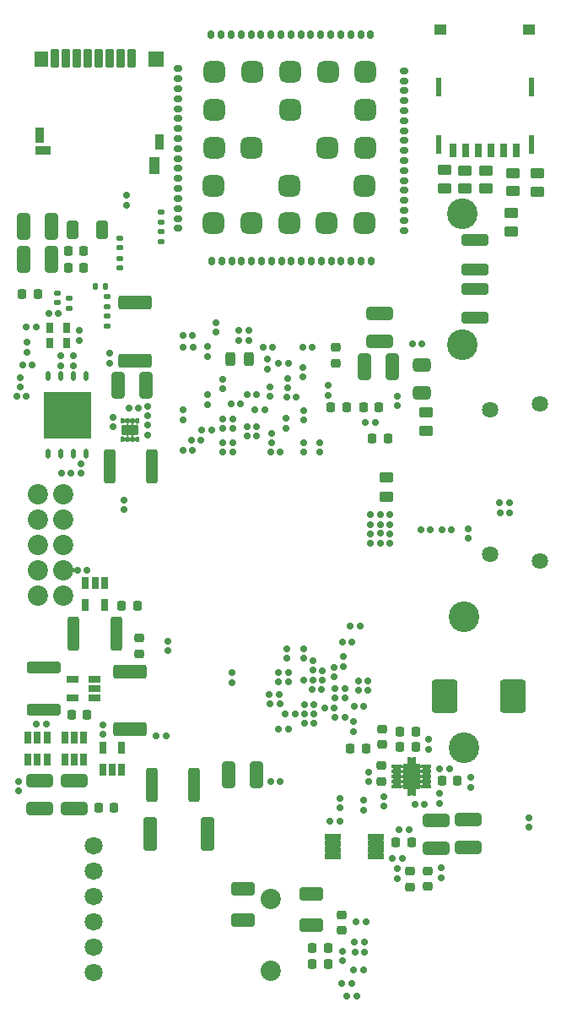
<source format=gbr>
G04 #@! TF.GenerationSoftware,KiCad,Pcbnew,7.0.1*
G04 #@! TF.CreationDate,2024-07-28T16:45:09-07:00*
G04 #@! TF.ProjectId,DFTBoard,44465442-6f61-4726-942e-6b696361645f,rev?*
G04 #@! TF.SameCoordinates,Original*
G04 #@! TF.FileFunction,Soldermask,Bot*
G04 #@! TF.FilePolarity,Negative*
%FSLAX46Y46*%
G04 Gerber Fmt 4.6, Leading zero omitted, Abs format (unit mm)*
G04 Created by KiCad (PCBNEW 7.0.1) date 2024-07-28 16:45:09*
%MOMM*%
%LPD*%
G01*
G04 APERTURE LIST*
G04 Aperture macros list*
%AMRoundRect*
0 Rectangle with rounded corners*
0 $1 Rounding radius*
0 $2 $3 $4 $5 $6 $7 $8 $9 X,Y pos of 4 corners*
0 Add a 4 corners polygon primitive as box body*
4,1,4,$2,$3,$4,$5,$6,$7,$8,$9,$2,$3,0*
0 Add four circle primitives for the rounded corners*
1,1,$1+$1,$2,$3*
1,1,$1+$1,$4,$5*
1,1,$1+$1,$6,$7*
1,1,$1+$1,$8,$9*
0 Add four rect primitives between the rounded corners*
20,1,$1+$1,$2,$3,$4,$5,0*
20,1,$1+$1,$4,$5,$6,$7,0*
20,1,$1+$1,$6,$7,$8,$9,0*
20,1,$1+$1,$8,$9,$2,$3,0*%
G04 Aperture macros list end*
%ADD10C,0.001000*%
%ADD11C,3.078000*%
%ADD12C,2.030000*%
%ADD13C,1.630000*%
%ADD14RoundRect,0.015000X0.325000X-0.425000X0.325000X0.425000X-0.325000X0.425000X-0.325000X-0.425000X0*%
%ADD15RoundRect,0.162500X0.172500X-0.147500X0.172500X0.147500X-0.172500X0.147500X-0.172500X-0.147500X0*%
%ADD16RoundRect,0.162500X-0.147500X-0.172500X0.147500X-0.172500X0.147500X0.172500X-0.147500X0.172500X0*%
%ADD17RoundRect,0.162500X0.147500X0.172500X-0.147500X0.172500X-0.147500X-0.172500X0.147500X-0.172500X0*%
%ADD18RoundRect,0.162500X-0.172500X0.147500X-0.172500X-0.147500X0.172500X-0.147500X0.172500X0.147500X0*%
%ADD19RoundRect,0.233750X0.256250X-0.218750X0.256250X0.218750X-0.256250X0.218750X-0.256250X-0.218750X0*%
%ADD20RoundRect,0.265000X1.075000X-0.375000X1.075000X0.375000X-1.075000X0.375000X-1.075000X-0.375000X0*%
%ADD21RoundRect,0.265000X0.625000X-0.375000X0.625000X0.375000X-0.625000X0.375000X-0.625000X-0.375000X0*%
%ADD22RoundRect,0.265000X-1.075000X0.375000X-1.075000X-0.375000X1.075000X-0.375000X1.075000X0.375000X0*%
%ADD23RoundRect,0.265000X-0.312500X-1.450000X0.312500X-1.450000X0.312500X1.450000X-0.312500X1.450000X0*%
%ADD24RoundRect,0.015000X0.325000X-0.530000X0.325000X0.530000X-0.325000X0.530000X-0.325000X-0.530000X0*%
%ADD25RoundRect,0.015000X0.710000X0.235000X-0.710000X0.235000X-0.710000X-0.235000X0.710000X-0.235000X0*%
%ADD26RoundRect,0.015000X-0.710000X-0.235000X0.710000X-0.235000X0.710000X0.235000X-0.710000X0.235000X0*%
%ADD27RoundRect,0.265000X-0.375000X-1.075000X0.375000X-1.075000X0.375000X1.075000X-0.375000X1.075000X0*%
%ADD28RoundRect,0.233750X0.218750X0.256250X-0.218750X0.256250X-0.218750X-0.256250X0.218750X-0.256250X0*%
%ADD29RoundRect,0.258750X0.243750X0.456250X-0.243750X0.456250X-0.243750X-0.456250X0.243750X-0.456250X0*%
%ADD30RoundRect,0.015000X-0.425000X-0.140000X0.425000X-0.140000X0.425000X0.140000X-0.425000X0.140000X0*%
%ADD31RoundRect,0.015000X-0.140000X-0.350000X0.140000X-0.350000X0.140000X0.350000X-0.140000X0.350000X0*%
%ADD32RoundRect,0.015000X-0.825000X-1.200000X0.825000X-1.200000X0.825000X1.200000X-0.825000X1.200000X0*%
%ADD33RoundRect,0.233750X-0.218750X-0.256250X0.218750X-0.256250X0.218750X0.256250X-0.218750X0.256250X0*%
%ADD34RoundRect,0.265000X-0.925000X0.412500X-0.925000X-0.412500X0.925000X-0.412500X0.925000X0.412500X0*%
%ADD35RoundRect,0.265000X0.375000X1.075000X-0.375000X1.075000X-0.375000X-1.075000X0.375000X-1.075000X0*%
%ADD36RoundRect,0.015000X-0.325000X0.530000X-0.325000X-0.530000X0.325000X-0.530000X0.325000X0.530000X0*%
%ADD37RoundRect,0.265000X0.312500X1.450000X-0.312500X1.450000X-0.312500X-1.450000X0.312500X-1.450000X0*%
%ADD38RoundRect,0.015000X-0.125000X0.250000X-0.125000X-0.250000X0.125000X-0.250000X0.125000X0.250000X0*%
%ADD39RoundRect,0.015000X-0.800000X0.450000X-0.800000X-0.450000X0.800000X-0.450000X0.800000X0.450000X0*%
%ADD40RoundRect,0.258750X0.456250X-0.243750X0.456250X0.243750X-0.456250X0.243750X-0.456250X-0.243750X0*%
%ADD41RoundRect,0.015000X-0.350000X-0.875000X0.350000X-0.875000X0.350000X0.875000X-0.350000X0.875000X0*%
%ADD42RoundRect,0.015000X-0.650000X-0.750000X0.650000X-0.750000X0.650000X0.750000X-0.650000X0.750000X0*%
%ADD43RoundRect,0.015000X-0.750000X-0.750000X0.750000X-0.750000X0.750000X0.750000X-0.750000X0.750000X0*%
%ADD44RoundRect,0.015000X-0.400000X-0.700000X0.400000X-0.700000X0.400000X0.700000X-0.400000X0.700000X0*%
%ADD45RoundRect,0.015000X-0.500000X-0.775000X0.500000X-0.775000X0.500000X0.775000X-0.500000X0.775000X0*%
%ADD46RoundRect,0.015000X-0.750000X-0.400000X0.750000X-0.400000X0.750000X0.400000X-0.750000X0.400000X0*%
%ADD47RoundRect,0.015000X-0.400000X-0.750000X0.400000X-0.750000X0.400000X0.750000X-0.400000X0.750000X0*%
%ADD48RoundRect,0.265000X0.925000X-0.412500X0.925000X0.412500X-0.925000X0.412500X-0.925000X-0.412500X0*%
%ADD49RoundRect,0.258750X-0.456250X0.243750X-0.456250X-0.243750X0.456250X-0.243750X0.456250X0.243750X0*%
%ADD50C,1.808000*%
%ADD51RoundRect,0.265000X-1.425000X0.425000X-1.425000X-0.425000X1.425000X-0.425000X1.425000X0.425000X0*%
%ADD52RoundRect,0.265000X0.425000X1.425000X-0.425000X1.425000X-0.425000X-1.425000X0.425000X-1.425000X0*%
%ADD53RoundRect,0.265000X1.425000X-0.425000X1.425000X0.425000X-1.425000X0.425000X-1.425000X-0.425000X0*%
%ADD54RoundRect,0.265000X-1.450000X0.312500X-1.450000X-0.312500X1.450000X-0.312500X1.450000X0.312500X0*%
%ADD55RoundRect,0.015000X0.530000X0.325000X-0.530000X0.325000X-0.530000X-0.325000X0.530000X-0.325000X0*%
%ADD56RoundRect,0.240000X0.000000X0.250000X0.000000X-0.250000X0.000000X-0.250000X0.000000X0.250000X0*%
%ADD57RoundRect,0.150000X-0.185000X0.135000X-0.185000X-0.135000X0.185000X-0.135000X0.185000X0.135000X0*%
%ADD58RoundRect,0.265000X1.100000X-0.325000X1.100000X0.325000X-1.100000X0.325000X-1.100000X-0.325000X0*%
%ADD59RoundRect,0.240000X0.225000X0.250000X-0.225000X0.250000X-0.225000X-0.250000X0.225000X-0.250000X0*%
%ADD60RoundRect,0.240000X-0.225000X-0.250000X0.225000X-0.250000X0.225000X0.250000X-0.225000X0.250000X0*%
%ADD61RoundRect,0.150000X0.185000X-0.135000X0.185000X0.135000X-0.185000X0.135000X-0.185000X-0.135000X0*%
%ADD62RoundRect,0.155000X-0.170000X0.140000X-0.170000X-0.140000X0.170000X-0.140000X0.170000X0.140000X0*%
%ADD63RoundRect,0.265000X-1.100000X0.325000X-1.100000X-0.325000X1.100000X-0.325000X1.100000X0.325000X0*%
%ADD64RoundRect,0.265000X0.450000X-0.262500X0.450000X0.262500X-0.450000X0.262500X-0.450000X-0.262500X0*%
%ADD65RoundRect,0.150000X0.135000X0.185000X-0.135000X0.185000X-0.135000X-0.185000X0.135000X-0.185000X0*%
%ADD66RoundRect,0.155000X0.170000X-0.140000X0.170000X0.140000X-0.170000X0.140000X-0.170000X-0.140000X0*%
%ADD67RoundRect,0.265000X-0.325000X-0.650000X0.325000X-0.650000X0.325000X0.650000X-0.325000X0.650000X0*%
%ADD68RoundRect,0.165000X-0.150000X0.250000X-0.150000X-0.250000X0.150000X-0.250000X0.150000X0.250000X0*%
%ADD69RoundRect,0.165000X0.250000X0.150000X-0.250000X0.150000X-0.250000X-0.150000X0.250000X-0.150000X0*%
%ADD70RoundRect,0.165000X0.150000X-0.250000X0.150000X0.250000X-0.150000X0.250000X-0.150000X-0.250000X0*%
%ADD71RoundRect,0.165000X-0.250000X-0.150000X0.250000X-0.150000X0.250000X0.150000X-0.250000X0.150000X0*%
%ADD72RoundRect,0.540000X-0.525000X0.525000X-0.525000X-0.525000X0.525000X-0.525000X0.525000X0.525000X0*%
%ADD73RoundRect,0.265000X1.000000X-1.400000X1.000000X1.400000X-1.000000X1.400000X-1.000000X-1.400000X0*%
%ADD74RoundRect,0.015000X-0.241300X-0.901700X0.241300X-0.901700X0.241300X0.901700X-0.241300X0.901700X0*%
%ADD75RoundRect,0.015000X-0.515000X-0.495300X0.515000X-0.495300X0.515000X0.495300X-0.515000X0.495300X0*%
%ADD76RoundRect,0.015000X-0.330200X-0.647700X0.330200X-0.647700X0.330200X0.647700X-0.330200X0.647700X0*%
%ADD77RoundRect,0.265000X-0.450000X0.262500X-0.450000X-0.262500X0.450000X-0.262500X0.450000X0.262500X0*%
G04 APERTURE END LIST*
D10*
X137421660Y-146655073D02*
X137429620Y-146655630D01*
X137437550Y-146656603D01*
X137445420Y-146657990D01*
X137453200Y-146659787D01*
X137460880Y-146661989D01*
X137468430Y-146664590D01*
X137475840Y-146667582D01*
X137483080Y-146670958D01*
X137490130Y-146674708D01*
X137496980Y-146678822D01*
X137503600Y-146683289D01*
X137509980Y-146688096D01*
X137516100Y-146693230D01*
X137521940Y-146698678D01*
X137527490Y-146704424D01*
X137532730Y-146710453D01*
X137537650Y-146716747D01*
X137542230Y-146723290D01*
X137546460Y-146730064D01*
X137550330Y-146737051D01*
X137553840Y-146744230D01*
X137556960Y-146751583D01*
X137559690Y-146759089D01*
X137562020Y-146766728D01*
X137563960Y-146774478D01*
X137565480Y-146782319D01*
X137566590Y-146790229D01*
X137567290Y-146798187D01*
X137567570Y-146806169D01*
X137567500Y-146810000D01*
X137567500Y-147070000D01*
X137567570Y-147073830D01*
X137567290Y-147081820D01*
X137566590Y-147089770D01*
X137565480Y-147097680D01*
X137563960Y-147105520D01*
X137562020Y-147113270D01*
X137559690Y-147120910D01*
X137556960Y-147128420D01*
X137553830Y-147135770D01*
X137550330Y-147142950D01*
X137546460Y-147149940D01*
X137542230Y-147156710D01*
X137537650Y-147163250D01*
X137532730Y-147169550D01*
X137527490Y-147175580D01*
X137521940Y-147181320D01*
X137516100Y-147186770D01*
X137509980Y-147191910D01*
X137503600Y-147196710D01*
X137496980Y-147201180D01*
X137490130Y-147205290D01*
X137483080Y-147209040D01*
X137475840Y-147212420D01*
X137468430Y-147215410D01*
X137460880Y-147218010D01*
X137453200Y-147220210D01*
X137445420Y-147222010D01*
X137437550Y-147223400D01*
X137429620Y-147224370D01*
X137421650Y-147224930D01*
X137417500Y-147225000D01*
X136197500Y-147225000D01*
X136193690Y-147225070D01*
X136185300Y-147224740D01*
X136176950Y-147223940D01*
X136168650Y-147222670D01*
X136160440Y-147220930D01*
X136152340Y-147218740D01*
X136144380Y-147216090D01*
X136136570Y-147213000D01*
X136128960Y-147209470D01*
X136121550Y-147205510D01*
X136114390Y-147201150D01*
X136107470Y-147196390D01*
X136100840Y-147191240D01*
X136094510Y-147185730D01*
X136088500Y-147179870D01*
X136082830Y-147173680D01*
X136077520Y-147167190D01*
X136072580Y-147160400D01*
X136068030Y-147153340D01*
X136063890Y-147146040D01*
X136060170Y-147138520D01*
X136056880Y-147130800D01*
X136054020Y-147122910D01*
X136051620Y-147114860D01*
X136049680Y-147106700D01*
X136048200Y-147098440D01*
X136047180Y-147090110D01*
X136046640Y-147081730D01*
X136046570Y-147073340D01*
X136046980Y-147064950D01*
X136047500Y-147060000D01*
X136047500Y-146810000D01*
X136047430Y-146806168D01*
X136047710Y-146798185D01*
X136048410Y-146790227D01*
X136049520Y-146782317D01*
X136051040Y-146774476D01*
X136052980Y-146766726D01*
X136055310Y-146759087D01*
X136058040Y-146751581D01*
X136061170Y-146744228D01*
X136064670Y-146737049D01*
X136068540Y-146730063D01*
X136072770Y-146723289D01*
X136077350Y-146716746D01*
X136082270Y-146710451D01*
X136087510Y-146704423D01*
X136093060Y-146698677D01*
X136098900Y-146693229D01*
X136105020Y-146688095D01*
X136111400Y-146683288D01*
X136118020Y-146678821D01*
X136124870Y-146674707D01*
X136131920Y-146670957D01*
X136139160Y-146667581D01*
X136146570Y-146664589D01*
X136154120Y-146661989D01*
X136161800Y-146659787D01*
X136169580Y-146657990D01*
X136177450Y-146656603D01*
X136185380Y-146655630D01*
X136193350Y-146655072D01*
X136197500Y-146655000D01*
X137417500Y-146655000D01*
X137421660Y-146655073D01*
G36*
X137421660Y-146655073D02*
G01*
X137429620Y-146655630D01*
X137437550Y-146656603D01*
X137445420Y-146657990D01*
X137453200Y-146659787D01*
X137460880Y-146661989D01*
X137468430Y-146664590D01*
X137475840Y-146667582D01*
X137483080Y-146670958D01*
X137490130Y-146674708D01*
X137496980Y-146678822D01*
X137503600Y-146683289D01*
X137509980Y-146688096D01*
X137516100Y-146693230D01*
X137521940Y-146698678D01*
X137527490Y-146704424D01*
X137532730Y-146710453D01*
X137537650Y-146716747D01*
X137542230Y-146723290D01*
X137546460Y-146730064D01*
X137550330Y-146737051D01*
X137553840Y-146744230D01*
X137556960Y-146751583D01*
X137559690Y-146759089D01*
X137562020Y-146766728D01*
X137563960Y-146774478D01*
X137565480Y-146782319D01*
X137566590Y-146790229D01*
X137567290Y-146798187D01*
X137567570Y-146806169D01*
X137567500Y-146810000D01*
X137567500Y-147070000D01*
X137567570Y-147073830D01*
X137567290Y-147081820D01*
X137566590Y-147089770D01*
X137565480Y-147097680D01*
X137563960Y-147105520D01*
X137562020Y-147113270D01*
X137559690Y-147120910D01*
X137556960Y-147128420D01*
X137553830Y-147135770D01*
X137550330Y-147142950D01*
X137546460Y-147149940D01*
X137542230Y-147156710D01*
X137537650Y-147163250D01*
X137532730Y-147169550D01*
X137527490Y-147175580D01*
X137521940Y-147181320D01*
X137516100Y-147186770D01*
X137509980Y-147191910D01*
X137503600Y-147196710D01*
X137496980Y-147201180D01*
X137490130Y-147205290D01*
X137483080Y-147209040D01*
X137475840Y-147212420D01*
X137468430Y-147215410D01*
X137460880Y-147218010D01*
X137453200Y-147220210D01*
X137445420Y-147222010D01*
X137437550Y-147223400D01*
X137429620Y-147224370D01*
X137421650Y-147224930D01*
X137417500Y-147225000D01*
X136197500Y-147225000D01*
X136193690Y-147225070D01*
X136185300Y-147224740D01*
X136176950Y-147223940D01*
X136168650Y-147222670D01*
X136160440Y-147220930D01*
X136152340Y-147218740D01*
X136144380Y-147216090D01*
X136136570Y-147213000D01*
X136128960Y-147209470D01*
X136121550Y-147205510D01*
X136114390Y-147201150D01*
X136107470Y-147196390D01*
X136100840Y-147191240D01*
X136094510Y-147185730D01*
X136088500Y-147179870D01*
X136082830Y-147173680D01*
X136077520Y-147167190D01*
X136072580Y-147160400D01*
X136068030Y-147153340D01*
X136063890Y-147146040D01*
X136060170Y-147138520D01*
X136056880Y-147130800D01*
X136054020Y-147122910D01*
X136051620Y-147114860D01*
X136049680Y-147106700D01*
X136048200Y-147098440D01*
X136047180Y-147090110D01*
X136046640Y-147081730D01*
X136046570Y-147073340D01*
X136046980Y-147064950D01*
X136047500Y-147060000D01*
X136047500Y-146810000D01*
X136047430Y-146806168D01*
X136047710Y-146798185D01*
X136048410Y-146790227D01*
X136049520Y-146782317D01*
X136051040Y-146774476D01*
X136052980Y-146766726D01*
X136055310Y-146759087D01*
X136058040Y-146751581D01*
X136061170Y-146744228D01*
X136064670Y-146737049D01*
X136068540Y-146730063D01*
X136072770Y-146723289D01*
X136077350Y-146716746D01*
X136082270Y-146710451D01*
X136087510Y-146704423D01*
X136093060Y-146698677D01*
X136098900Y-146693229D01*
X136105020Y-146688095D01*
X136111400Y-146683288D01*
X136118020Y-146678821D01*
X136124870Y-146674707D01*
X136131920Y-146670957D01*
X136139160Y-146667581D01*
X136146570Y-146664589D01*
X136154120Y-146661989D01*
X136161800Y-146659787D01*
X136169580Y-146657990D01*
X136177450Y-146656603D01*
X136185380Y-146655630D01*
X136193350Y-146655072D01*
X136197500Y-146655000D01*
X137417500Y-146655000D01*
X137421660Y-146655073D01*
G37*
X137421660Y-146005073D02*
X137429620Y-146005630D01*
X137437550Y-146006603D01*
X137445420Y-146007990D01*
X137453200Y-146009787D01*
X137460880Y-146011989D01*
X137468430Y-146014590D01*
X137475840Y-146017582D01*
X137483080Y-146020958D01*
X137490130Y-146024708D01*
X137496980Y-146028822D01*
X137503600Y-146033289D01*
X137509980Y-146038096D01*
X137516100Y-146043230D01*
X137521940Y-146048678D01*
X137527490Y-146054424D01*
X137532730Y-146060453D01*
X137537650Y-146066747D01*
X137542230Y-146073290D01*
X137546460Y-146080064D01*
X137550330Y-146087051D01*
X137553840Y-146094230D01*
X137556960Y-146101583D01*
X137559690Y-146109089D01*
X137562020Y-146116728D01*
X137563960Y-146124478D01*
X137565480Y-146132319D01*
X137566590Y-146140229D01*
X137567290Y-146148187D01*
X137567570Y-146156169D01*
X137567500Y-146160000D01*
X137567500Y-146420000D01*
X137567570Y-146423832D01*
X137567290Y-146431815D01*
X137566590Y-146439773D01*
X137565480Y-146447683D01*
X137563960Y-146455524D01*
X137562020Y-146463274D01*
X137559690Y-146470913D01*
X137556960Y-146478419D01*
X137553830Y-146485772D01*
X137550330Y-146492951D01*
X137546460Y-146499937D01*
X137542230Y-146506711D01*
X137537650Y-146513254D01*
X137532730Y-146519549D01*
X137527490Y-146525577D01*
X137521940Y-146531323D01*
X137516100Y-146536771D01*
X137509980Y-146541905D01*
X137503600Y-146546712D01*
X137496980Y-146551179D01*
X137490130Y-146555293D01*
X137483080Y-146559043D01*
X137475840Y-146562419D01*
X137468430Y-146565411D01*
X137460880Y-146568011D01*
X137453200Y-146570213D01*
X137445420Y-146572010D01*
X137437550Y-146573397D01*
X137429620Y-146574370D01*
X137421650Y-146574928D01*
X137417500Y-146575000D01*
X136197500Y-146575000D01*
X136193690Y-146575067D01*
X136185300Y-146574740D01*
X136176950Y-146573940D01*
X136168650Y-146572670D01*
X136160440Y-146570935D01*
X136152340Y-146568739D01*
X136144380Y-146566090D01*
X136136570Y-146562995D01*
X136128960Y-146559466D01*
X136121550Y-146555512D01*
X136114390Y-146551148D01*
X136107470Y-146546386D01*
X136100840Y-146541241D01*
X136094510Y-146535731D01*
X136088500Y-146529872D01*
X136082830Y-146523684D01*
X136077520Y-146517186D01*
X136072580Y-146510399D01*
X136068030Y-146503343D01*
X136063890Y-146496043D01*
X136060170Y-146488521D01*
X136056880Y-146480800D01*
X136054020Y-146472907D01*
X136051620Y-146464865D01*
X136049680Y-146456700D01*
X136048200Y-146448438D01*
X136047180Y-146440106D01*
X136046640Y-146431731D01*
X136046570Y-146423338D01*
X136046980Y-146414954D01*
X136047500Y-146410000D01*
X136047500Y-146160000D01*
X136047430Y-146156168D01*
X136047710Y-146148185D01*
X136048410Y-146140227D01*
X136049520Y-146132317D01*
X136051040Y-146124476D01*
X136052980Y-146116726D01*
X136055310Y-146109087D01*
X136058040Y-146101581D01*
X136061170Y-146094228D01*
X136064670Y-146087049D01*
X136068540Y-146080063D01*
X136072770Y-146073289D01*
X136077350Y-146066746D01*
X136082270Y-146060451D01*
X136087510Y-146054423D01*
X136093060Y-146048677D01*
X136098900Y-146043229D01*
X136105020Y-146038095D01*
X136111400Y-146033288D01*
X136118020Y-146028821D01*
X136124870Y-146024707D01*
X136131920Y-146020957D01*
X136139160Y-146017581D01*
X136146570Y-146014589D01*
X136154120Y-146011989D01*
X136161800Y-146009787D01*
X136169580Y-146007990D01*
X136177450Y-146006603D01*
X136185380Y-146005630D01*
X136193350Y-146005072D01*
X136197500Y-146005000D01*
X137417500Y-146005000D01*
X137421660Y-146005073D01*
G36*
X137421660Y-146005073D02*
G01*
X137429620Y-146005630D01*
X137437550Y-146006603D01*
X137445420Y-146007990D01*
X137453200Y-146009787D01*
X137460880Y-146011989D01*
X137468430Y-146014590D01*
X137475840Y-146017582D01*
X137483080Y-146020958D01*
X137490130Y-146024708D01*
X137496980Y-146028822D01*
X137503600Y-146033289D01*
X137509980Y-146038096D01*
X137516100Y-146043230D01*
X137521940Y-146048678D01*
X137527490Y-146054424D01*
X137532730Y-146060453D01*
X137537650Y-146066747D01*
X137542230Y-146073290D01*
X137546460Y-146080064D01*
X137550330Y-146087051D01*
X137553840Y-146094230D01*
X137556960Y-146101583D01*
X137559690Y-146109089D01*
X137562020Y-146116728D01*
X137563960Y-146124478D01*
X137565480Y-146132319D01*
X137566590Y-146140229D01*
X137567290Y-146148187D01*
X137567570Y-146156169D01*
X137567500Y-146160000D01*
X137567500Y-146420000D01*
X137567570Y-146423832D01*
X137567290Y-146431815D01*
X137566590Y-146439773D01*
X137565480Y-146447683D01*
X137563960Y-146455524D01*
X137562020Y-146463274D01*
X137559690Y-146470913D01*
X137556960Y-146478419D01*
X137553830Y-146485772D01*
X137550330Y-146492951D01*
X137546460Y-146499937D01*
X137542230Y-146506711D01*
X137537650Y-146513254D01*
X137532730Y-146519549D01*
X137527490Y-146525577D01*
X137521940Y-146531323D01*
X137516100Y-146536771D01*
X137509980Y-146541905D01*
X137503600Y-146546712D01*
X137496980Y-146551179D01*
X137490130Y-146555293D01*
X137483080Y-146559043D01*
X137475840Y-146562419D01*
X137468430Y-146565411D01*
X137460880Y-146568011D01*
X137453200Y-146570213D01*
X137445420Y-146572010D01*
X137437550Y-146573397D01*
X137429620Y-146574370D01*
X137421650Y-146574928D01*
X137417500Y-146575000D01*
X136197500Y-146575000D01*
X136193690Y-146575067D01*
X136185300Y-146574740D01*
X136176950Y-146573940D01*
X136168650Y-146572670D01*
X136160440Y-146570935D01*
X136152340Y-146568739D01*
X136144380Y-146566090D01*
X136136570Y-146562995D01*
X136128960Y-146559466D01*
X136121550Y-146555512D01*
X136114390Y-146551148D01*
X136107470Y-146546386D01*
X136100840Y-146541241D01*
X136094510Y-146535731D01*
X136088500Y-146529872D01*
X136082830Y-146523684D01*
X136077520Y-146517186D01*
X136072580Y-146510399D01*
X136068030Y-146503343D01*
X136063890Y-146496043D01*
X136060170Y-146488521D01*
X136056880Y-146480800D01*
X136054020Y-146472907D01*
X136051620Y-146464865D01*
X136049680Y-146456700D01*
X136048200Y-146448438D01*
X136047180Y-146440106D01*
X136046640Y-146431731D01*
X136046570Y-146423338D01*
X136046980Y-146414954D01*
X136047500Y-146410000D01*
X136047500Y-146160000D01*
X136047430Y-146156168D01*
X136047710Y-146148185D01*
X136048410Y-146140227D01*
X136049520Y-146132317D01*
X136051040Y-146124476D01*
X136052980Y-146116726D01*
X136055310Y-146109087D01*
X136058040Y-146101581D01*
X136061170Y-146094228D01*
X136064670Y-146087049D01*
X136068540Y-146080063D01*
X136072770Y-146073289D01*
X136077350Y-146066746D01*
X136082270Y-146060451D01*
X136087510Y-146054423D01*
X136093060Y-146048677D01*
X136098900Y-146043229D01*
X136105020Y-146038095D01*
X136111400Y-146033288D01*
X136118020Y-146028821D01*
X136124870Y-146024707D01*
X136131920Y-146020957D01*
X136139160Y-146017581D01*
X136146570Y-146014589D01*
X136154120Y-146011989D01*
X136161800Y-146009787D01*
X136169580Y-146007990D01*
X136177450Y-146006603D01*
X136185380Y-146005630D01*
X136193350Y-146005072D01*
X136197500Y-146005000D01*
X137417500Y-146005000D01*
X137421660Y-146005073D01*
G37*
X137421660Y-145355073D02*
X137429620Y-145355630D01*
X137437550Y-145356603D01*
X137445420Y-145357990D01*
X137453200Y-145359787D01*
X137460880Y-145361989D01*
X137468430Y-145364590D01*
X137475840Y-145367582D01*
X137483080Y-145370958D01*
X137490130Y-145374708D01*
X137496980Y-145378822D01*
X137503600Y-145383289D01*
X137509980Y-145388096D01*
X137516100Y-145393230D01*
X137521940Y-145398678D01*
X137527490Y-145404424D01*
X137532730Y-145410453D01*
X137537650Y-145416747D01*
X137542230Y-145423290D01*
X137546460Y-145430064D01*
X137550330Y-145437051D01*
X137553840Y-145444230D01*
X137556960Y-145451583D01*
X137559690Y-145459089D01*
X137562020Y-145466728D01*
X137563960Y-145474478D01*
X137565480Y-145482319D01*
X137566590Y-145490229D01*
X137567290Y-145498187D01*
X137567570Y-145506169D01*
X137567500Y-145510000D01*
X137567500Y-145770000D01*
X137567570Y-145773832D01*
X137567290Y-145781815D01*
X137566590Y-145789773D01*
X137565480Y-145797683D01*
X137563960Y-145805524D01*
X137562020Y-145813274D01*
X137559690Y-145820913D01*
X137556960Y-145828419D01*
X137553830Y-145835772D01*
X137550330Y-145842951D01*
X137546460Y-145849937D01*
X137542230Y-145856711D01*
X137537650Y-145863254D01*
X137532730Y-145869549D01*
X137527490Y-145875577D01*
X137521940Y-145881323D01*
X137516100Y-145886771D01*
X137509980Y-145891905D01*
X137503600Y-145896712D01*
X137496980Y-145901179D01*
X137490130Y-145905293D01*
X137483080Y-145909043D01*
X137475840Y-145912419D01*
X137468430Y-145915411D01*
X137460880Y-145918011D01*
X137453200Y-145920213D01*
X137445420Y-145922010D01*
X137437550Y-145923397D01*
X137429620Y-145924370D01*
X137421650Y-145924928D01*
X137417500Y-145925000D01*
X136197500Y-145925000D01*
X136193690Y-145925067D01*
X136185300Y-145924740D01*
X136176950Y-145923940D01*
X136168650Y-145922670D01*
X136160440Y-145920935D01*
X136152340Y-145918739D01*
X136144380Y-145916090D01*
X136136570Y-145912995D01*
X136128960Y-145909466D01*
X136121550Y-145905512D01*
X136114390Y-145901148D01*
X136107470Y-145896385D01*
X136100840Y-145891241D01*
X136094510Y-145885731D01*
X136088500Y-145879872D01*
X136082830Y-145873684D01*
X136077520Y-145867186D01*
X136072580Y-145860399D01*
X136068030Y-145853343D01*
X136063890Y-145846043D01*
X136060170Y-145838521D01*
X136056880Y-145830800D01*
X136054020Y-145822907D01*
X136051620Y-145814865D01*
X136049680Y-145806700D01*
X136048200Y-145798438D01*
X136047180Y-145790106D01*
X136046640Y-145781731D01*
X136046570Y-145773338D01*
X136046980Y-145764954D01*
X136047500Y-145760000D01*
X136047500Y-145510000D01*
X136047430Y-145506168D01*
X136047710Y-145498185D01*
X136048410Y-145490227D01*
X136049520Y-145482317D01*
X136051040Y-145474476D01*
X136052980Y-145466726D01*
X136055310Y-145459087D01*
X136058040Y-145451581D01*
X136061170Y-145444228D01*
X136064670Y-145437049D01*
X136068540Y-145430063D01*
X136072770Y-145423289D01*
X136077350Y-145416746D01*
X136082270Y-145410451D01*
X136087510Y-145404423D01*
X136093060Y-145398677D01*
X136098900Y-145393229D01*
X136105020Y-145388095D01*
X136111400Y-145383288D01*
X136118020Y-145378821D01*
X136124870Y-145374707D01*
X136131920Y-145370957D01*
X136139160Y-145367581D01*
X136146570Y-145364589D01*
X136154120Y-145361989D01*
X136161800Y-145359787D01*
X136169580Y-145357990D01*
X136177450Y-145356603D01*
X136185380Y-145355630D01*
X136193350Y-145355072D01*
X136197500Y-145355000D01*
X137417500Y-145355000D01*
X137421660Y-145355073D01*
G36*
X137421660Y-145355073D02*
G01*
X137429620Y-145355630D01*
X137437550Y-145356603D01*
X137445420Y-145357990D01*
X137453200Y-145359787D01*
X137460880Y-145361989D01*
X137468430Y-145364590D01*
X137475840Y-145367582D01*
X137483080Y-145370958D01*
X137490130Y-145374708D01*
X137496980Y-145378822D01*
X137503600Y-145383289D01*
X137509980Y-145388096D01*
X137516100Y-145393230D01*
X137521940Y-145398678D01*
X137527490Y-145404424D01*
X137532730Y-145410453D01*
X137537650Y-145416747D01*
X137542230Y-145423290D01*
X137546460Y-145430064D01*
X137550330Y-145437051D01*
X137553840Y-145444230D01*
X137556960Y-145451583D01*
X137559690Y-145459089D01*
X137562020Y-145466728D01*
X137563960Y-145474478D01*
X137565480Y-145482319D01*
X137566590Y-145490229D01*
X137567290Y-145498187D01*
X137567570Y-145506169D01*
X137567500Y-145510000D01*
X137567500Y-145770000D01*
X137567570Y-145773832D01*
X137567290Y-145781815D01*
X137566590Y-145789773D01*
X137565480Y-145797683D01*
X137563960Y-145805524D01*
X137562020Y-145813274D01*
X137559690Y-145820913D01*
X137556960Y-145828419D01*
X137553830Y-145835772D01*
X137550330Y-145842951D01*
X137546460Y-145849937D01*
X137542230Y-145856711D01*
X137537650Y-145863254D01*
X137532730Y-145869549D01*
X137527490Y-145875577D01*
X137521940Y-145881323D01*
X137516100Y-145886771D01*
X137509980Y-145891905D01*
X137503600Y-145896712D01*
X137496980Y-145901179D01*
X137490130Y-145905293D01*
X137483080Y-145909043D01*
X137475840Y-145912419D01*
X137468430Y-145915411D01*
X137460880Y-145918011D01*
X137453200Y-145920213D01*
X137445420Y-145922010D01*
X137437550Y-145923397D01*
X137429620Y-145924370D01*
X137421650Y-145924928D01*
X137417500Y-145925000D01*
X136197500Y-145925000D01*
X136193690Y-145925067D01*
X136185300Y-145924740D01*
X136176950Y-145923940D01*
X136168650Y-145922670D01*
X136160440Y-145920935D01*
X136152340Y-145918739D01*
X136144380Y-145916090D01*
X136136570Y-145912995D01*
X136128960Y-145909466D01*
X136121550Y-145905512D01*
X136114390Y-145901148D01*
X136107470Y-145896385D01*
X136100840Y-145891241D01*
X136094510Y-145885731D01*
X136088500Y-145879872D01*
X136082830Y-145873684D01*
X136077520Y-145867186D01*
X136072580Y-145860399D01*
X136068030Y-145853343D01*
X136063890Y-145846043D01*
X136060170Y-145838521D01*
X136056880Y-145830800D01*
X136054020Y-145822907D01*
X136051620Y-145814865D01*
X136049680Y-145806700D01*
X136048200Y-145798438D01*
X136047180Y-145790106D01*
X136046640Y-145781731D01*
X136046570Y-145773338D01*
X136046980Y-145764954D01*
X136047500Y-145760000D01*
X136047500Y-145510000D01*
X136047430Y-145506168D01*
X136047710Y-145498185D01*
X136048410Y-145490227D01*
X136049520Y-145482317D01*
X136051040Y-145474476D01*
X136052980Y-145466726D01*
X136055310Y-145459087D01*
X136058040Y-145451581D01*
X136061170Y-145444228D01*
X136064670Y-145437049D01*
X136068540Y-145430063D01*
X136072770Y-145423289D01*
X136077350Y-145416746D01*
X136082270Y-145410451D01*
X136087510Y-145404423D01*
X136093060Y-145398677D01*
X136098900Y-145393229D01*
X136105020Y-145388095D01*
X136111400Y-145383288D01*
X136118020Y-145378821D01*
X136124870Y-145374707D01*
X136131920Y-145370957D01*
X136139160Y-145367581D01*
X136146570Y-145364589D01*
X136154120Y-145361989D01*
X136161800Y-145359787D01*
X136169580Y-145357990D01*
X136177450Y-145356603D01*
X136185380Y-145355630D01*
X136193350Y-145355072D01*
X136197500Y-145355000D01*
X137417500Y-145355000D01*
X137421660Y-145355073D01*
G37*
X137421660Y-144705070D02*
X137429620Y-144705630D01*
X137437550Y-144706600D01*
X137445420Y-144707990D01*
X137453200Y-144709790D01*
X137460880Y-144711990D01*
X137468430Y-144714590D01*
X137475840Y-144717580D01*
X137483080Y-144720960D01*
X137490130Y-144724710D01*
X137496980Y-144728820D01*
X137503600Y-144733290D01*
X137509980Y-144738100D01*
X137516100Y-144743230D01*
X137521940Y-144748680D01*
X137527490Y-144754420D01*
X137532730Y-144760450D01*
X137537650Y-144766750D01*
X137542230Y-144773290D01*
X137546460Y-144780060D01*
X137550330Y-144787050D01*
X137553840Y-144794230D01*
X137556960Y-144801580D01*
X137559690Y-144809090D01*
X137562020Y-144816730D01*
X137563960Y-144824480D01*
X137565480Y-144832320D01*
X137566590Y-144840230D01*
X137567290Y-144848190D01*
X137567570Y-144856170D01*
X137567500Y-144860000D01*
X137567500Y-145120000D01*
X137567570Y-145123832D01*
X137567290Y-145131815D01*
X137566590Y-145139773D01*
X137565480Y-145147683D01*
X137563960Y-145155524D01*
X137562020Y-145163274D01*
X137559690Y-145170913D01*
X137556960Y-145178419D01*
X137553830Y-145185772D01*
X137550330Y-145192951D01*
X137546460Y-145199937D01*
X137542230Y-145206711D01*
X137537650Y-145213254D01*
X137532730Y-145219549D01*
X137527490Y-145225577D01*
X137521940Y-145231323D01*
X137516100Y-145236771D01*
X137509980Y-145241905D01*
X137503600Y-145246712D01*
X137496980Y-145251179D01*
X137490130Y-145255293D01*
X137483080Y-145259043D01*
X137475840Y-145262419D01*
X137468430Y-145265411D01*
X137460880Y-145268011D01*
X137453200Y-145270213D01*
X137445420Y-145272010D01*
X137437550Y-145273397D01*
X137429620Y-145274370D01*
X137421650Y-145274928D01*
X137417500Y-145275000D01*
X136197500Y-145275000D01*
X136193690Y-145275067D01*
X136185300Y-145274740D01*
X136176950Y-145273940D01*
X136168650Y-145272670D01*
X136160440Y-145270935D01*
X136152340Y-145268739D01*
X136144380Y-145266090D01*
X136136570Y-145262995D01*
X136128960Y-145259466D01*
X136121550Y-145255512D01*
X136114390Y-145251148D01*
X136107470Y-145246386D01*
X136100840Y-145241241D01*
X136094510Y-145235731D01*
X136088500Y-145229872D01*
X136082830Y-145223684D01*
X136077520Y-145217186D01*
X136072580Y-145210399D01*
X136068030Y-145203343D01*
X136063890Y-145196043D01*
X136060170Y-145188521D01*
X136056880Y-145180800D01*
X136054020Y-145172907D01*
X136051620Y-145164865D01*
X136049680Y-145156700D01*
X136048200Y-145148438D01*
X136047180Y-145140106D01*
X136046640Y-145131731D01*
X136046570Y-145123338D01*
X136046980Y-145114954D01*
X136047500Y-145110000D01*
X136047500Y-144860000D01*
X136047430Y-144856170D01*
X136047710Y-144848180D01*
X136048410Y-144840230D01*
X136049520Y-144832320D01*
X136051040Y-144824480D01*
X136052980Y-144816730D01*
X136055310Y-144809090D01*
X136058040Y-144801580D01*
X136061170Y-144794230D01*
X136064670Y-144787050D01*
X136068540Y-144780060D01*
X136072770Y-144773290D01*
X136077350Y-144766750D01*
X136082270Y-144760450D01*
X136087510Y-144754420D01*
X136093060Y-144748680D01*
X136098900Y-144743230D01*
X136105020Y-144738090D01*
X136111400Y-144733290D01*
X136118020Y-144728820D01*
X136124870Y-144724710D01*
X136131920Y-144720960D01*
X136139160Y-144717580D01*
X136146570Y-144714590D01*
X136154120Y-144711990D01*
X136161800Y-144709790D01*
X136169580Y-144707990D01*
X136177450Y-144706600D01*
X136185380Y-144705630D01*
X136193350Y-144705070D01*
X136197500Y-144705000D01*
X137417500Y-144705000D01*
X137421660Y-144705070D01*
G36*
X137421660Y-144705070D02*
G01*
X137429620Y-144705630D01*
X137437550Y-144706600D01*
X137445420Y-144707990D01*
X137453200Y-144709790D01*
X137460880Y-144711990D01*
X137468430Y-144714590D01*
X137475840Y-144717580D01*
X137483080Y-144720960D01*
X137490130Y-144724710D01*
X137496980Y-144728820D01*
X137503600Y-144733290D01*
X137509980Y-144738100D01*
X137516100Y-144743230D01*
X137521940Y-144748680D01*
X137527490Y-144754420D01*
X137532730Y-144760450D01*
X137537650Y-144766750D01*
X137542230Y-144773290D01*
X137546460Y-144780060D01*
X137550330Y-144787050D01*
X137553840Y-144794230D01*
X137556960Y-144801580D01*
X137559690Y-144809090D01*
X137562020Y-144816730D01*
X137563960Y-144824480D01*
X137565480Y-144832320D01*
X137566590Y-144840230D01*
X137567290Y-144848190D01*
X137567570Y-144856170D01*
X137567500Y-144860000D01*
X137567500Y-145120000D01*
X137567570Y-145123832D01*
X137567290Y-145131815D01*
X137566590Y-145139773D01*
X137565480Y-145147683D01*
X137563960Y-145155524D01*
X137562020Y-145163274D01*
X137559690Y-145170913D01*
X137556960Y-145178419D01*
X137553830Y-145185772D01*
X137550330Y-145192951D01*
X137546460Y-145199937D01*
X137542230Y-145206711D01*
X137537650Y-145213254D01*
X137532730Y-145219549D01*
X137527490Y-145225577D01*
X137521940Y-145231323D01*
X137516100Y-145236771D01*
X137509980Y-145241905D01*
X137503600Y-145246712D01*
X137496980Y-145251179D01*
X137490130Y-145255293D01*
X137483080Y-145259043D01*
X137475840Y-145262419D01*
X137468430Y-145265411D01*
X137460880Y-145268011D01*
X137453200Y-145270213D01*
X137445420Y-145272010D01*
X137437550Y-145273397D01*
X137429620Y-145274370D01*
X137421650Y-145274928D01*
X137417500Y-145275000D01*
X136197500Y-145275000D01*
X136193690Y-145275067D01*
X136185300Y-145274740D01*
X136176950Y-145273940D01*
X136168650Y-145272670D01*
X136160440Y-145270935D01*
X136152340Y-145268739D01*
X136144380Y-145266090D01*
X136136570Y-145262995D01*
X136128960Y-145259466D01*
X136121550Y-145255512D01*
X136114390Y-145251148D01*
X136107470Y-145246386D01*
X136100840Y-145241241D01*
X136094510Y-145235731D01*
X136088500Y-145229872D01*
X136082830Y-145223684D01*
X136077520Y-145217186D01*
X136072580Y-145210399D01*
X136068030Y-145203343D01*
X136063890Y-145196043D01*
X136060170Y-145188521D01*
X136056880Y-145180800D01*
X136054020Y-145172907D01*
X136051620Y-145164865D01*
X136049680Y-145156700D01*
X136048200Y-145148438D01*
X136047180Y-145140106D01*
X136046640Y-145131731D01*
X136046570Y-145123338D01*
X136046980Y-145114954D01*
X136047500Y-145110000D01*
X136047500Y-144860000D01*
X136047430Y-144856170D01*
X136047710Y-144848180D01*
X136048410Y-144840230D01*
X136049520Y-144832320D01*
X136051040Y-144824480D01*
X136052980Y-144816730D01*
X136055310Y-144809090D01*
X136058040Y-144801580D01*
X136061170Y-144794230D01*
X136064670Y-144787050D01*
X136068540Y-144780060D01*
X136072770Y-144773290D01*
X136077350Y-144766750D01*
X136082270Y-144760450D01*
X136087510Y-144754420D01*
X136093060Y-144748680D01*
X136098900Y-144743230D01*
X136105020Y-144738090D01*
X136111400Y-144733290D01*
X136118020Y-144728820D01*
X136124870Y-144724710D01*
X136131920Y-144720960D01*
X136139160Y-144717580D01*
X136146570Y-144714590D01*
X136154120Y-144711990D01*
X136161800Y-144709790D01*
X136169580Y-144707990D01*
X136177450Y-144706600D01*
X136185380Y-144705630D01*
X136193350Y-144705070D01*
X136197500Y-144705000D01*
X137417500Y-144705000D01*
X137421660Y-144705070D01*
G37*
X133099700Y-146655260D02*
X133108050Y-146656060D01*
X133116350Y-146657330D01*
X133124560Y-146659065D01*
X133132660Y-146661261D01*
X133140620Y-146663910D01*
X133148430Y-146667005D01*
X133156040Y-146670534D01*
X133163450Y-146674488D01*
X133170610Y-146678852D01*
X133177530Y-146683614D01*
X133184160Y-146688759D01*
X133190490Y-146694269D01*
X133196500Y-146700128D01*
X133202170Y-146706316D01*
X133207480Y-146712814D01*
X133212420Y-146719601D01*
X133216970Y-146726657D01*
X133221110Y-146733957D01*
X133224830Y-146741479D01*
X133228120Y-146749200D01*
X133230980Y-146757093D01*
X133233380Y-146765135D01*
X133235320Y-146773300D01*
X133236800Y-146781562D01*
X133237820Y-146789894D01*
X133238360Y-146798269D01*
X133238430Y-146806662D01*
X133238020Y-146815046D01*
X133237500Y-146820000D01*
X133237500Y-147070000D01*
X133237570Y-147073830D01*
X133237290Y-147081820D01*
X133236590Y-147089770D01*
X133235480Y-147097680D01*
X133233960Y-147105520D01*
X133232020Y-147113270D01*
X133229690Y-147120910D01*
X133226960Y-147128420D01*
X133223830Y-147135770D01*
X133220330Y-147142950D01*
X133216460Y-147149940D01*
X133212230Y-147156710D01*
X133207650Y-147163250D01*
X133202730Y-147169550D01*
X133197490Y-147175580D01*
X133191940Y-147181320D01*
X133186100Y-147186770D01*
X133179980Y-147191910D01*
X133173600Y-147196710D01*
X133166980Y-147201180D01*
X133160130Y-147205290D01*
X133153080Y-147209040D01*
X133145840Y-147212420D01*
X133138430Y-147215410D01*
X133130880Y-147218010D01*
X133123200Y-147220210D01*
X133115420Y-147222010D01*
X133107550Y-147223400D01*
X133099620Y-147224370D01*
X133091650Y-147224930D01*
X133087500Y-147225000D01*
X131867500Y-147225000D01*
X131863340Y-147224930D01*
X131855380Y-147224370D01*
X131847450Y-147223400D01*
X131839580Y-147222010D01*
X131831800Y-147220210D01*
X131824120Y-147218010D01*
X131816570Y-147215410D01*
X131809160Y-147212420D01*
X131801920Y-147209040D01*
X131794870Y-147205290D01*
X131788020Y-147201180D01*
X131781400Y-147196710D01*
X131775020Y-147191900D01*
X131768900Y-147186770D01*
X131763060Y-147181320D01*
X131757510Y-147175580D01*
X131752270Y-147169550D01*
X131747350Y-147163250D01*
X131742770Y-147156710D01*
X131738540Y-147149940D01*
X131734670Y-147142950D01*
X131731160Y-147135770D01*
X131728040Y-147128420D01*
X131725310Y-147120910D01*
X131722980Y-147113270D01*
X131721040Y-147105520D01*
X131719520Y-147097680D01*
X131718410Y-147089770D01*
X131717710Y-147081810D01*
X131717430Y-147073830D01*
X131717500Y-147070000D01*
X131717500Y-146810000D01*
X131717430Y-146806168D01*
X131717710Y-146798185D01*
X131718410Y-146790227D01*
X131719520Y-146782317D01*
X131721040Y-146774476D01*
X131722980Y-146766726D01*
X131725310Y-146759087D01*
X131728040Y-146751581D01*
X131731170Y-146744228D01*
X131734670Y-146737049D01*
X131738540Y-146730063D01*
X131742770Y-146723289D01*
X131747350Y-146716746D01*
X131752270Y-146710451D01*
X131757510Y-146704423D01*
X131763060Y-146698677D01*
X131768900Y-146693229D01*
X131775020Y-146688095D01*
X131781400Y-146683288D01*
X131788020Y-146678821D01*
X131794870Y-146674707D01*
X131801920Y-146670957D01*
X131809160Y-146667581D01*
X131816570Y-146664589D01*
X131824120Y-146661989D01*
X131831800Y-146659787D01*
X131839580Y-146657990D01*
X131847450Y-146656603D01*
X131855380Y-146655630D01*
X131863350Y-146655072D01*
X131867500Y-146655000D01*
X133087500Y-146655000D01*
X133091310Y-146654933D01*
X133099700Y-146655260D01*
G36*
X133099700Y-146655260D02*
G01*
X133108050Y-146656060D01*
X133116350Y-146657330D01*
X133124560Y-146659065D01*
X133132660Y-146661261D01*
X133140620Y-146663910D01*
X133148430Y-146667005D01*
X133156040Y-146670534D01*
X133163450Y-146674488D01*
X133170610Y-146678852D01*
X133177530Y-146683614D01*
X133184160Y-146688759D01*
X133190490Y-146694269D01*
X133196500Y-146700128D01*
X133202170Y-146706316D01*
X133207480Y-146712814D01*
X133212420Y-146719601D01*
X133216970Y-146726657D01*
X133221110Y-146733957D01*
X133224830Y-146741479D01*
X133228120Y-146749200D01*
X133230980Y-146757093D01*
X133233380Y-146765135D01*
X133235320Y-146773300D01*
X133236800Y-146781562D01*
X133237820Y-146789894D01*
X133238360Y-146798269D01*
X133238430Y-146806662D01*
X133238020Y-146815046D01*
X133237500Y-146820000D01*
X133237500Y-147070000D01*
X133237570Y-147073830D01*
X133237290Y-147081820D01*
X133236590Y-147089770D01*
X133235480Y-147097680D01*
X133233960Y-147105520D01*
X133232020Y-147113270D01*
X133229690Y-147120910D01*
X133226960Y-147128420D01*
X133223830Y-147135770D01*
X133220330Y-147142950D01*
X133216460Y-147149940D01*
X133212230Y-147156710D01*
X133207650Y-147163250D01*
X133202730Y-147169550D01*
X133197490Y-147175580D01*
X133191940Y-147181320D01*
X133186100Y-147186770D01*
X133179980Y-147191910D01*
X133173600Y-147196710D01*
X133166980Y-147201180D01*
X133160130Y-147205290D01*
X133153080Y-147209040D01*
X133145840Y-147212420D01*
X133138430Y-147215410D01*
X133130880Y-147218010D01*
X133123200Y-147220210D01*
X133115420Y-147222010D01*
X133107550Y-147223400D01*
X133099620Y-147224370D01*
X133091650Y-147224930D01*
X133087500Y-147225000D01*
X131867500Y-147225000D01*
X131863340Y-147224930D01*
X131855380Y-147224370D01*
X131847450Y-147223400D01*
X131839580Y-147222010D01*
X131831800Y-147220210D01*
X131824120Y-147218010D01*
X131816570Y-147215410D01*
X131809160Y-147212420D01*
X131801920Y-147209040D01*
X131794870Y-147205290D01*
X131788020Y-147201180D01*
X131781400Y-147196710D01*
X131775020Y-147191900D01*
X131768900Y-147186770D01*
X131763060Y-147181320D01*
X131757510Y-147175580D01*
X131752270Y-147169550D01*
X131747350Y-147163250D01*
X131742770Y-147156710D01*
X131738540Y-147149940D01*
X131734670Y-147142950D01*
X131731160Y-147135770D01*
X131728040Y-147128420D01*
X131725310Y-147120910D01*
X131722980Y-147113270D01*
X131721040Y-147105520D01*
X131719520Y-147097680D01*
X131718410Y-147089770D01*
X131717710Y-147081810D01*
X131717430Y-147073830D01*
X131717500Y-147070000D01*
X131717500Y-146810000D01*
X131717430Y-146806168D01*
X131717710Y-146798185D01*
X131718410Y-146790227D01*
X131719520Y-146782317D01*
X131721040Y-146774476D01*
X131722980Y-146766726D01*
X131725310Y-146759087D01*
X131728040Y-146751581D01*
X131731170Y-146744228D01*
X131734670Y-146737049D01*
X131738540Y-146730063D01*
X131742770Y-146723289D01*
X131747350Y-146716746D01*
X131752270Y-146710451D01*
X131757510Y-146704423D01*
X131763060Y-146698677D01*
X131768900Y-146693229D01*
X131775020Y-146688095D01*
X131781400Y-146683288D01*
X131788020Y-146678821D01*
X131794870Y-146674707D01*
X131801920Y-146670957D01*
X131809160Y-146667581D01*
X131816570Y-146664589D01*
X131824120Y-146661989D01*
X131831800Y-146659787D01*
X131839580Y-146657990D01*
X131847450Y-146656603D01*
X131855380Y-146655630D01*
X131863350Y-146655072D01*
X131867500Y-146655000D01*
X133087500Y-146655000D01*
X133091310Y-146654933D01*
X133099700Y-146655260D01*
G37*
X133099700Y-146005260D02*
X133108050Y-146006060D01*
X133116350Y-146007330D01*
X133124560Y-146009065D01*
X133132660Y-146011261D01*
X133140620Y-146013910D01*
X133148430Y-146017005D01*
X133156040Y-146020534D01*
X133163450Y-146024488D01*
X133170610Y-146028852D01*
X133177530Y-146033615D01*
X133184160Y-146038759D01*
X133190490Y-146044269D01*
X133196500Y-146050128D01*
X133202170Y-146056316D01*
X133207480Y-146062814D01*
X133212420Y-146069601D01*
X133216970Y-146076657D01*
X133221110Y-146083957D01*
X133224830Y-146091479D01*
X133228120Y-146099200D01*
X133230980Y-146107093D01*
X133233380Y-146115135D01*
X133235320Y-146123300D01*
X133236800Y-146131562D01*
X133237820Y-146139894D01*
X133238360Y-146148269D01*
X133238430Y-146156662D01*
X133238020Y-146165046D01*
X133237500Y-146170000D01*
X133237500Y-146420000D01*
X133237570Y-146423832D01*
X133237290Y-146431815D01*
X133236590Y-146439773D01*
X133235480Y-146447683D01*
X133233960Y-146455524D01*
X133232020Y-146463274D01*
X133229690Y-146470913D01*
X133226960Y-146478419D01*
X133223830Y-146485772D01*
X133220330Y-146492951D01*
X133216460Y-146499937D01*
X133212230Y-146506711D01*
X133207650Y-146513254D01*
X133202730Y-146519549D01*
X133197490Y-146525577D01*
X133191940Y-146531323D01*
X133186100Y-146536771D01*
X133179980Y-146541905D01*
X133173600Y-146546712D01*
X133166980Y-146551179D01*
X133160130Y-146555293D01*
X133153080Y-146559043D01*
X133145840Y-146562419D01*
X133138430Y-146565411D01*
X133130880Y-146568011D01*
X133123200Y-146570213D01*
X133115420Y-146572010D01*
X133107550Y-146573397D01*
X133099620Y-146574370D01*
X133091650Y-146574928D01*
X133087500Y-146575000D01*
X131867500Y-146575000D01*
X131863340Y-146574927D01*
X131855380Y-146574370D01*
X131847450Y-146573397D01*
X131839580Y-146572010D01*
X131831800Y-146570213D01*
X131824120Y-146568011D01*
X131816570Y-146565410D01*
X131809160Y-146562418D01*
X131801920Y-146559042D01*
X131794870Y-146555292D01*
X131788020Y-146551178D01*
X131781400Y-146546711D01*
X131775020Y-146541904D01*
X131768900Y-146536770D01*
X131763060Y-146531322D01*
X131757510Y-146525576D01*
X131752270Y-146519547D01*
X131747350Y-146513253D01*
X131742770Y-146506710D01*
X131738540Y-146499936D01*
X131734670Y-146492949D01*
X131731160Y-146485770D01*
X131728040Y-146478417D01*
X131725310Y-146470911D01*
X131722980Y-146463272D01*
X131721040Y-146455522D01*
X131719520Y-146447681D01*
X131718410Y-146439771D01*
X131717710Y-146431813D01*
X131717430Y-146423831D01*
X131717500Y-146420000D01*
X131717500Y-146160000D01*
X131717430Y-146156168D01*
X131717710Y-146148185D01*
X131718410Y-146140227D01*
X131719520Y-146132317D01*
X131721040Y-146124476D01*
X131722980Y-146116726D01*
X131725310Y-146109087D01*
X131728040Y-146101581D01*
X131731170Y-146094228D01*
X131734670Y-146087049D01*
X131738540Y-146080063D01*
X131742770Y-146073289D01*
X131747350Y-146066746D01*
X131752270Y-146060451D01*
X131757510Y-146054423D01*
X131763060Y-146048677D01*
X131768900Y-146043229D01*
X131775020Y-146038095D01*
X131781400Y-146033288D01*
X131788020Y-146028821D01*
X131794870Y-146024707D01*
X131801920Y-146020957D01*
X131809160Y-146017581D01*
X131816570Y-146014589D01*
X131824120Y-146011989D01*
X131831800Y-146009787D01*
X131839580Y-146007990D01*
X131847450Y-146006603D01*
X131855380Y-146005630D01*
X131863350Y-146005072D01*
X131867500Y-146005000D01*
X133087500Y-146005000D01*
X133091310Y-146004933D01*
X133099700Y-146005260D01*
G36*
X133099700Y-146005260D02*
G01*
X133108050Y-146006060D01*
X133116350Y-146007330D01*
X133124560Y-146009065D01*
X133132660Y-146011261D01*
X133140620Y-146013910D01*
X133148430Y-146017005D01*
X133156040Y-146020534D01*
X133163450Y-146024488D01*
X133170610Y-146028852D01*
X133177530Y-146033615D01*
X133184160Y-146038759D01*
X133190490Y-146044269D01*
X133196500Y-146050128D01*
X133202170Y-146056316D01*
X133207480Y-146062814D01*
X133212420Y-146069601D01*
X133216970Y-146076657D01*
X133221110Y-146083957D01*
X133224830Y-146091479D01*
X133228120Y-146099200D01*
X133230980Y-146107093D01*
X133233380Y-146115135D01*
X133235320Y-146123300D01*
X133236800Y-146131562D01*
X133237820Y-146139894D01*
X133238360Y-146148269D01*
X133238430Y-146156662D01*
X133238020Y-146165046D01*
X133237500Y-146170000D01*
X133237500Y-146420000D01*
X133237570Y-146423832D01*
X133237290Y-146431815D01*
X133236590Y-146439773D01*
X133235480Y-146447683D01*
X133233960Y-146455524D01*
X133232020Y-146463274D01*
X133229690Y-146470913D01*
X133226960Y-146478419D01*
X133223830Y-146485772D01*
X133220330Y-146492951D01*
X133216460Y-146499937D01*
X133212230Y-146506711D01*
X133207650Y-146513254D01*
X133202730Y-146519549D01*
X133197490Y-146525577D01*
X133191940Y-146531323D01*
X133186100Y-146536771D01*
X133179980Y-146541905D01*
X133173600Y-146546712D01*
X133166980Y-146551179D01*
X133160130Y-146555293D01*
X133153080Y-146559043D01*
X133145840Y-146562419D01*
X133138430Y-146565411D01*
X133130880Y-146568011D01*
X133123200Y-146570213D01*
X133115420Y-146572010D01*
X133107550Y-146573397D01*
X133099620Y-146574370D01*
X133091650Y-146574928D01*
X133087500Y-146575000D01*
X131867500Y-146575000D01*
X131863340Y-146574927D01*
X131855380Y-146574370D01*
X131847450Y-146573397D01*
X131839580Y-146572010D01*
X131831800Y-146570213D01*
X131824120Y-146568011D01*
X131816570Y-146565410D01*
X131809160Y-146562418D01*
X131801920Y-146559042D01*
X131794870Y-146555292D01*
X131788020Y-146551178D01*
X131781400Y-146546711D01*
X131775020Y-146541904D01*
X131768900Y-146536770D01*
X131763060Y-146531322D01*
X131757510Y-146525576D01*
X131752270Y-146519547D01*
X131747350Y-146513253D01*
X131742770Y-146506710D01*
X131738540Y-146499936D01*
X131734670Y-146492949D01*
X131731160Y-146485770D01*
X131728040Y-146478417D01*
X131725310Y-146470911D01*
X131722980Y-146463272D01*
X131721040Y-146455522D01*
X131719520Y-146447681D01*
X131718410Y-146439771D01*
X131717710Y-146431813D01*
X131717430Y-146423831D01*
X131717500Y-146420000D01*
X131717500Y-146160000D01*
X131717430Y-146156168D01*
X131717710Y-146148185D01*
X131718410Y-146140227D01*
X131719520Y-146132317D01*
X131721040Y-146124476D01*
X131722980Y-146116726D01*
X131725310Y-146109087D01*
X131728040Y-146101581D01*
X131731170Y-146094228D01*
X131734670Y-146087049D01*
X131738540Y-146080063D01*
X131742770Y-146073289D01*
X131747350Y-146066746D01*
X131752270Y-146060451D01*
X131757510Y-146054423D01*
X131763060Y-146048677D01*
X131768900Y-146043229D01*
X131775020Y-146038095D01*
X131781400Y-146033288D01*
X131788020Y-146028821D01*
X131794870Y-146024707D01*
X131801920Y-146020957D01*
X131809160Y-146017581D01*
X131816570Y-146014589D01*
X131824120Y-146011989D01*
X131831800Y-146009787D01*
X131839580Y-146007990D01*
X131847450Y-146006603D01*
X131855380Y-146005630D01*
X131863350Y-146005072D01*
X131867500Y-146005000D01*
X133087500Y-146005000D01*
X133091310Y-146004933D01*
X133099700Y-146005260D01*
G37*
X133099700Y-145355260D02*
X133108050Y-145356060D01*
X133116350Y-145357330D01*
X133124560Y-145359065D01*
X133132660Y-145361261D01*
X133140620Y-145363910D01*
X133148430Y-145367005D01*
X133156040Y-145370534D01*
X133163450Y-145374488D01*
X133170610Y-145378852D01*
X133177530Y-145383614D01*
X133184160Y-145388759D01*
X133190490Y-145394269D01*
X133196500Y-145400128D01*
X133202170Y-145406316D01*
X133207480Y-145412814D01*
X133212420Y-145419601D01*
X133216970Y-145426657D01*
X133221110Y-145433957D01*
X133224830Y-145441479D01*
X133228120Y-145449200D01*
X133230980Y-145457093D01*
X133233380Y-145465135D01*
X133235320Y-145473300D01*
X133236800Y-145481562D01*
X133237820Y-145489894D01*
X133238360Y-145498269D01*
X133238430Y-145506662D01*
X133238020Y-145515046D01*
X133237500Y-145520000D01*
X133237500Y-145770000D01*
X133237570Y-145773832D01*
X133237290Y-145781815D01*
X133236590Y-145789773D01*
X133235480Y-145797683D01*
X133233960Y-145805524D01*
X133232020Y-145813274D01*
X133229690Y-145820913D01*
X133226960Y-145828419D01*
X133223830Y-145835772D01*
X133220330Y-145842951D01*
X133216460Y-145849937D01*
X133212230Y-145856711D01*
X133207650Y-145863254D01*
X133202730Y-145869549D01*
X133197490Y-145875577D01*
X133191940Y-145881323D01*
X133186100Y-145886771D01*
X133179980Y-145891905D01*
X133173600Y-145896712D01*
X133166980Y-145901179D01*
X133160130Y-145905293D01*
X133153080Y-145909043D01*
X133145840Y-145912419D01*
X133138430Y-145915411D01*
X133130880Y-145918011D01*
X133123200Y-145920213D01*
X133115420Y-145922010D01*
X133107550Y-145923397D01*
X133099620Y-145924370D01*
X133091650Y-145924928D01*
X133087500Y-145925000D01*
X131867500Y-145925000D01*
X131863340Y-145924927D01*
X131855380Y-145924370D01*
X131847450Y-145923397D01*
X131839580Y-145922010D01*
X131831800Y-145920213D01*
X131824120Y-145918011D01*
X131816570Y-145915410D01*
X131809160Y-145912418D01*
X131801920Y-145909042D01*
X131794870Y-145905292D01*
X131788020Y-145901178D01*
X131781400Y-145896711D01*
X131775020Y-145891904D01*
X131768900Y-145886770D01*
X131763060Y-145881322D01*
X131757510Y-145875576D01*
X131752270Y-145869547D01*
X131747350Y-145863253D01*
X131742770Y-145856710D01*
X131738540Y-145849936D01*
X131734670Y-145842949D01*
X131731160Y-145835770D01*
X131728040Y-145828417D01*
X131725310Y-145820911D01*
X131722980Y-145813272D01*
X131721040Y-145805522D01*
X131719520Y-145797681D01*
X131718410Y-145789771D01*
X131717710Y-145781813D01*
X131717430Y-145773831D01*
X131717500Y-145770000D01*
X131717500Y-145510000D01*
X131717430Y-145506168D01*
X131717710Y-145498185D01*
X131718410Y-145490227D01*
X131719520Y-145482317D01*
X131721040Y-145474476D01*
X131722980Y-145466726D01*
X131725310Y-145459087D01*
X131728040Y-145451581D01*
X131731170Y-145444228D01*
X131734670Y-145437049D01*
X131738540Y-145430063D01*
X131742770Y-145423289D01*
X131747350Y-145416746D01*
X131752270Y-145410451D01*
X131757510Y-145404423D01*
X131763060Y-145398677D01*
X131768900Y-145393229D01*
X131775020Y-145388095D01*
X131781400Y-145383288D01*
X131788020Y-145378821D01*
X131794870Y-145374707D01*
X131801920Y-145370957D01*
X131809160Y-145367581D01*
X131816570Y-145364589D01*
X131824120Y-145361989D01*
X131831800Y-145359787D01*
X131839580Y-145357990D01*
X131847450Y-145356603D01*
X131855380Y-145355630D01*
X131863350Y-145355072D01*
X131867500Y-145355000D01*
X133087500Y-145355000D01*
X133091310Y-145354933D01*
X133099700Y-145355260D01*
G36*
X133099700Y-145355260D02*
G01*
X133108050Y-145356060D01*
X133116350Y-145357330D01*
X133124560Y-145359065D01*
X133132660Y-145361261D01*
X133140620Y-145363910D01*
X133148430Y-145367005D01*
X133156040Y-145370534D01*
X133163450Y-145374488D01*
X133170610Y-145378852D01*
X133177530Y-145383614D01*
X133184160Y-145388759D01*
X133190490Y-145394269D01*
X133196500Y-145400128D01*
X133202170Y-145406316D01*
X133207480Y-145412814D01*
X133212420Y-145419601D01*
X133216970Y-145426657D01*
X133221110Y-145433957D01*
X133224830Y-145441479D01*
X133228120Y-145449200D01*
X133230980Y-145457093D01*
X133233380Y-145465135D01*
X133235320Y-145473300D01*
X133236800Y-145481562D01*
X133237820Y-145489894D01*
X133238360Y-145498269D01*
X133238430Y-145506662D01*
X133238020Y-145515046D01*
X133237500Y-145520000D01*
X133237500Y-145770000D01*
X133237570Y-145773832D01*
X133237290Y-145781815D01*
X133236590Y-145789773D01*
X133235480Y-145797683D01*
X133233960Y-145805524D01*
X133232020Y-145813274D01*
X133229690Y-145820913D01*
X133226960Y-145828419D01*
X133223830Y-145835772D01*
X133220330Y-145842951D01*
X133216460Y-145849937D01*
X133212230Y-145856711D01*
X133207650Y-145863254D01*
X133202730Y-145869549D01*
X133197490Y-145875577D01*
X133191940Y-145881323D01*
X133186100Y-145886771D01*
X133179980Y-145891905D01*
X133173600Y-145896712D01*
X133166980Y-145901179D01*
X133160130Y-145905293D01*
X133153080Y-145909043D01*
X133145840Y-145912419D01*
X133138430Y-145915411D01*
X133130880Y-145918011D01*
X133123200Y-145920213D01*
X133115420Y-145922010D01*
X133107550Y-145923397D01*
X133099620Y-145924370D01*
X133091650Y-145924928D01*
X133087500Y-145925000D01*
X131867500Y-145925000D01*
X131863340Y-145924927D01*
X131855380Y-145924370D01*
X131847450Y-145923397D01*
X131839580Y-145922010D01*
X131831800Y-145920213D01*
X131824120Y-145918011D01*
X131816570Y-145915410D01*
X131809160Y-145912418D01*
X131801920Y-145909042D01*
X131794870Y-145905292D01*
X131788020Y-145901178D01*
X131781400Y-145896711D01*
X131775020Y-145891904D01*
X131768900Y-145886770D01*
X131763060Y-145881322D01*
X131757510Y-145875576D01*
X131752270Y-145869547D01*
X131747350Y-145863253D01*
X131742770Y-145856710D01*
X131738540Y-145849936D01*
X131734670Y-145842949D01*
X131731160Y-145835770D01*
X131728040Y-145828417D01*
X131725310Y-145820911D01*
X131722980Y-145813272D01*
X131721040Y-145805522D01*
X131719520Y-145797681D01*
X131718410Y-145789771D01*
X131717710Y-145781813D01*
X131717430Y-145773831D01*
X131717500Y-145770000D01*
X131717500Y-145510000D01*
X131717430Y-145506168D01*
X131717710Y-145498185D01*
X131718410Y-145490227D01*
X131719520Y-145482317D01*
X131721040Y-145474476D01*
X131722980Y-145466726D01*
X131725310Y-145459087D01*
X131728040Y-145451581D01*
X131731170Y-145444228D01*
X131734670Y-145437049D01*
X131738540Y-145430063D01*
X131742770Y-145423289D01*
X131747350Y-145416746D01*
X131752270Y-145410451D01*
X131757510Y-145404423D01*
X131763060Y-145398677D01*
X131768900Y-145393229D01*
X131775020Y-145388095D01*
X131781400Y-145383288D01*
X131788020Y-145378821D01*
X131794870Y-145374707D01*
X131801920Y-145370957D01*
X131809160Y-145367581D01*
X131816570Y-145364589D01*
X131824120Y-145361989D01*
X131831800Y-145359787D01*
X131839580Y-145357990D01*
X131847450Y-145356603D01*
X131855380Y-145355630D01*
X131863350Y-145355072D01*
X131867500Y-145355000D01*
X133087500Y-145355000D01*
X133091310Y-145354933D01*
X133099700Y-145355260D01*
G37*
X133099700Y-144705260D02*
X133108050Y-144706060D01*
X133116350Y-144707330D01*
X133124560Y-144709070D01*
X133132660Y-144711260D01*
X133140620Y-144713910D01*
X133148430Y-144717000D01*
X133156040Y-144720530D01*
X133163450Y-144724490D01*
X133170610Y-144728850D01*
X133177530Y-144733610D01*
X133184160Y-144738760D01*
X133190490Y-144744270D01*
X133196500Y-144750130D01*
X133202170Y-144756320D01*
X133207480Y-144762810D01*
X133212420Y-144769600D01*
X133216970Y-144776660D01*
X133221110Y-144783960D01*
X133224830Y-144791480D01*
X133228120Y-144799200D01*
X133230980Y-144807090D01*
X133233380Y-144815140D01*
X133235320Y-144823300D01*
X133236800Y-144831560D01*
X133237820Y-144839890D01*
X133238360Y-144848270D01*
X133238430Y-144856660D01*
X133238020Y-144865050D01*
X133237500Y-144870000D01*
X133237500Y-145120000D01*
X133237570Y-145123832D01*
X133237290Y-145131815D01*
X133236590Y-145139773D01*
X133235480Y-145147683D01*
X133233960Y-145155524D01*
X133232020Y-145163274D01*
X133229690Y-145170913D01*
X133226960Y-145178419D01*
X133223830Y-145185772D01*
X133220330Y-145192951D01*
X133216460Y-145199937D01*
X133212230Y-145206711D01*
X133207650Y-145213254D01*
X133202730Y-145219549D01*
X133197490Y-145225577D01*
X133191940Y-145231323D01*
X133186100Y-145236771D01*
X133179980Y-145241905D01*
X133173600Y-145246712D01*
X133166980Y-145251179D01*
X133160130Y-145255293D01*
X133153080Y-145259043D01*
X133145840Y-145262419D01*
X133138430Y-145265411D01*
X133130880Y-145268011D01*
X133123200Y-145270213D01*
X133115420Y-145272010D01*
X133107550Y-145273397D01*
X133099620Y-145274370D01*
X133091650Y-145274928D01*
X133087500Y-145275000D01*
X131867500Y-145275000D01*
X131863340Y-145274927D01*
X131855380Y-145274370D01*
X131847450Y-145273397D01*
X131839580Y-145272010D01*
X131831800Y-145270213D01*
X131824120Y-145268011D01*
X131816570Y-145265410D01*
X131809160Y-145262418D01*
X131801920Y-145259042D01*
X131794870Y-145255292D01*
X131788020Y-145251178D01*
X131781400Y-145246711D01*
X131775020Y-145241904D01*
X131768900Y-145236770D01*
X131763060Y-145231322D01*
X131757510Y-145225576D01*
X131752270Y-145219547D01*
X131747350Y-145213253D01*
X131742770Y-145206710D01*
X131738540Y-145199936D01*
X131734670Y-145192949D01*
X131731160Y-145185770D01*
X131728040Y-145178417D01*
X131725310Y-145170911D01*
X131722980Y-145163272D01*
X131721040Y-145155522D01*
X131719520Y-145147681D01*
X131718410Y-145139771D01*
X131717710Y-145131813D01*
X131717430Y-145123831D01*
X131717500Y-145120000D01*
X131717500Y-144860000D01*
X131717430Y-144856170D01*
X131717710Y-144848180D01*
X131718410Y-144840230D01*
X131719520Y-144832320D01*
X131721040Y-144824480D01*
X131722980Y-144816730D01*
X131725310Y-144809090D01*
X131728040Y-144801580D01*
X131731170Y-144794230D01*
X131734670Y-144787050D01*
X131738540Y-144780060D01*
X131742770Y-144773290D01*
X131747350Y-144766750D01*
X131752270Y-144760450D01*
X131757510Y-144754420D01*
X131763060Y-144748680D01*
X131768900Y-144743230D01*
X131775020Y-144738090D01*
X131781400Y-144733290D01*
X131788020Y-144728820D01*
X131794870Y-144724710D01*
X131801920Y-144720960D01*
X131809160Y-144717580D01*
X131816570Y-144714590D01*
X131824120Y-144711990D01*
X131831800Y-144709790D01*
X131839580Y-144707990D01*
X131847450Y-144706600D01*
X131855380Y-144705630D01*
X131863350Y-144705070D01*
X131867500Y-144705000D01*
X133087500Y-144705000D01*
X133091310Y-144704930D01*
X133099700Y-144705260D01*
G36*
X133099700Y-144705260D02*
G01*
X133108050Y-144706060D01*
X133116350Y-144707330D01*
X133124560Y-144709070D01*
X133132660Y-144711260D01*
X133140620Y-144713910D01*
X133148430Y-144717000D01*
X133156040Y-144720530D01*
X133163450Y-144724490D01*
X133170610Y-144728850D01*
X133177530Y-144733610D01*
X133184160Y-144738760D01*
X133190490Y-144744270D01*
X133196500Y-144750130D01*
X133202170Y-144756320D01*
X133207480Y-144762810D01*
X133212420Y-144769600D01*
X133216970Y-144776660D01*
X133221110Y-144783960D01*
X133224830Y-144791480D01*
X133228120Y-144799200D01*
X133230980Y-144807090D01*
X133233380Y-144815140D01*
X133235320Y-144823300D01*
X133236800Y-144831560D01*
X133237820Y-144839890D01*
X133238360Y-144848270D01*
X133238430Y-144856660D01*
X133238020Y-144865050D01*
X133237500Y-144870000D01*
X133237500Y-145120000D01*
X133237570Y-145123832D01*
X133237290Y-145131815D01*
X133236590Y-145139773D01*
X133235480Y-145147683D01*
X133233960Y-145155524D01*
X133232020Y-145163274D01*
X133229690Y-145170913D01*
X133226960Y-145178419D01*
X133223830Y-145185772D01*
X133220330Y-145192951D01*
X133216460Y-145199937D01*
X133212230Y-145206711D01*
X133207650Y-145213254D01*
X133202730Y-145219549D01*
X133197490Y-145225577D01*
X133191940Y-145231323D01*
X133186100Y-145236771D01*
X133179980Y-145241905D01*
X133173600Y-145246712D01*
X133166980Y-145251179D01*
X133160130Y-145255293D01*
X133153080Y-145259043D01*
X133145840Y-145262419D01*
X133138430Y-145265411D01*
X133130880Y-145268011D01*
X133123200Y-145270213D01*
X133115420Y-145272010D01*
X133107550Y-145273397D01*
X133099620Y-145274370D01*
X133091650Y-145274928D01*
X133087500Y-145275000D01*
X131867500Y-145275000D01*
X131863340Y-145274927D01*
X131855380Y-145274370D01*
X131847450Y-145273397D01*
X131839580Y-145272010D01*
X131831800Y-145270213D01*
X131824120Y-145268011D01*
X131816570Y-145265410D01*
X131809160Y-145262418D01*
X131801920Y-145259042D01*
X131794870Y-145255292D01*
X131788020Y-145251178D01*
X131781400Y-145246711D01*
X131775020Y-145241904D01*
X131768900Y-145236770D01*
X131763060Y-145231322D01*
X131757510Y-145225576D01*
X131752270Y-145219547D01*
X131747350Y-145213253D01*
X131742770Y-145206710D01*
X131738540Y-145199936D01*
X131734670Y-145192949D01*
X131731160Y-145185770D01*
X131728040Y-145178417D01*
X131725310Y-145170911D01*
X131722980Y-145163272D01*
X131721040Y-145155522D01*
X131719520Y-145147681D01*
X131718410Y-145139771D01*
X131717710Y-145131813D01*
X131717430Y-145123831D01*
X131717500Y-145120000D01*
X131717500Y-144860000D01*
X131717430Y-144856170D01*
X131717710Y-144848180D01*
X131718410Y-144840230D01*
X131719520Y-144832320D01*
X131721040Y-144824480D01*
X131722980Y-144816730D01*
X131725310Y-144809090D01*
X131728040Y-144801580D01*
X131731170Y-144794230D01*
X131734670Y-144787050D01*
X131738540Y-144780060D01*
X131742770Y-144773290D01*
X131747350Y-144766750D01*
X131752270Y-144760450D01*
X131757510Y-144754420D01*
X131763060Y-144748680D01*
X131768900Y-144743230D01*
X131775020Y-144738090D01*
X131781400Y-144733290D01*
X131788020Y-144728820D01*
X131794870Y-144724710D01*
X131801920Y-144720960D01*
X131809160Y-144717580D01*
X131816570Y-144714590D01*
X131824120Y-144711990D01*
X131831800Y-144709790D01*
X131839580Y-144707990D01*
X131847450Y-144706600D01*
X131855380Y-144705630D01*
X131863350Y-144705070D01*
X131867500Y-144705000D01*
X133087500Y-144705000D01*
X133091310Y-144704930D01*
X133099700Y-144705260D01*
G37*
G36*
X108225000Y-105065533D02*
G01*
X103475000Y-105065533D01*
X103475000Y-100465533D01*
X108225000Y-100465533D01*
X108225000Y-105065533D01*
G37*
D11*
X145645530Y-122944020D03*
X145645530Y-136085980D03*
D12*
X105450000Y-120845000D03*
X102910000Y-120845000D03*
X105450000Y-118305000D03*
X102910000Y-118305000D03*
X105450000Y-115765000D03*
X102910000Y-115765000D03*
X105450000Y-113225000D03*
X102910000Y-113225000D03*
X105450000Y-110685000D03*
X102910000Y-110685000D03*
D13*
X153290000Y-117340000D03*
X148340000Y-116740000D03*
X148340000Y-102240000D03*
X153290000Y-101640000D03*
D12*
X126325000Y-158437500D03*
X126325000Y-151237500D03*
D11*
X145520000Y-95691960D03*
X145520000Y-82550000D03*
D14*
X105775000Y-95540533D03*
X104125000Y-95540533D03*
X104125000Y-93990533D03*
X105775000Y-93990533D03*
D15*
X111580000Y-112225000D03*
X111580000Y-111255000D03*
D16*
X130440000Y-130275000D03*
X131410000Y-130275000D03*
X132740000Y-131125000D03*
X133710000Y-131125000D03*
X129640000Y-131775000D03*
X130610000Y-131775000D03*
X134640000Y-131925000D03*
X135610000Y-131925000D03*
X129640000Y-132725000D03*
X130610000Y-132725000D03*
D15*
X132625000Y-129010000D03*
X132625000Y-128040000D03*
D17*
X132660000Y-132075000D03*
X131690000Y-132075000D03*
D16*
X132740000Y-130175000D03*
X133710000Y-130175000D03*
D17*
X133710000Y-133025000D03*
X132740000Y-133025000D03*
D15*
X130525000Y-128310000D03*
X130525000Y-127340000D03*
D16*
X129590000Y-129325000D03*
X130560000Y-129325000D03*
D17*
X128060000Y-128525000D03*
X127090000Y-128525000D03*
D18*
X107200000Y-107630533D03*
X107200000Y-108600533D03*
D16*
X100765000Y-100875000D03*
X101735000Y-100875000D03*
D17*
X119275000Y-105270000D03*
X118305000Y-105270000D03*
D19*
X113055000Y-126652500D03*
X113055000Y-125077500D03*
D20*
X106555000Y-142215000D03*
X106555000Y-139415000D03*
D21*
X141430000Y-100540000D03*
X141430000Y-97740000D03*
D22*
X146130000Y-143315000D03*
X146130000Y-146115000D03*
D23*
X106517500Y-124690000D03*
X110792500Y-124690000D03*
D16*
X106870000Y-118290000D03*
X107840000Y-118290000D03*
D15*
X117525000Y-103210000D03*
X117525000Y-102240000D03*
D17*
X140140000Y-144265000D03*
X139170000Y-144265000D03*
X128060000Y-134225000D03*
X127090000Y-134225000D03*
D16*
X101765000Y-93965533D03*
X102735000Y-93965533D03*
D24*
X107530000Y-137315000D03*
X106580000Y-137315000D03*
X105630000Y-137315000D03*
X105630000Y-135115000D03*
X106580000Y-135115000D03*
X107530000Y-135115000D03*
D18*
X124075000Y-94290000D03*
X124075000Y-95260000D03*
D16*
X140495000Y-95640000D03*
X141465000Y-95640000D03*
D15*
X135627076Y-142322836D03*
X135627076Y-141352836D03*
D16*
X132244576Y-143462836D03*
X133214576Y-143462836D03*
D15*
X127925000Y-127160000D03*
X127925000Y-126190000D03*
X115975000Y-126360000D03*
X115975000Y-125390000D03*
D18*
X122475000Y-105490000D03*
X122475000Y-106460000D03*
D17*
X120325000Y-104280000D03*
X119355000Y-104280000D03*
D15*
X152225000Y-144060000D03*
X152225000Y-143090000D03*
D25*
X136807500Y-144990000D03*
X136807500Y-145640000D03*
X136807500Y-146290000D03*
X136807500Y-146940000D03*
D26*
X132477500Y-146940000D03*
X132477500Y-146290000D03*
X132477500Y-145640000D03*
X132477500Y-144990000D03*
D18*
X122375000Y-128590000D03*
X122375000Y-129560000D03*
X132060000Y-99785000D03*
X132060000Y-100755000D03*
X129575000Y-102290000D03*
X129575000Y-103260000D03*
D27*
X135680000Y-97940000D03*
X138480000Y-97940000D03*
D17*
X118420000Y-94800000D03*
X117450000Y-94800000D03*
D28*
X135819413Y-136174413D03*
X134244413Y-136174413D03*
D20*
X103080000Y-142165000D03*
X103080000Y-139365000D03*
D15*
X101850000Y-96450533D03*
X101850000Y-95480533D03*
D29*
X124112500Y-97175000D03*
X122237500Y-97175000D03*
D18*
X119975000Y-100740000D03*
X119975000Y-101710000D03*
D16*
X125490000Y-95975000D03*
X126460000Y-95975000D03*
D18*
X123075000Y-94290000D03*
X123075000Y-95260000D03*
D17*
X130460000Y-95975000D03*
X129490000Y-95975000D03*
D18*
X111790000Y-80735000D03*
X111790000Y-81705000D03*
D17*
X118460000Y-95975000D03*
X117490000Y-95975000D03*
D18*
X120775000Y-93490000D03*
X120775000Y-94460000D03*
X119975000Y-95890000D03*
X119975000Y-96860000D03*
D16*
X127090000Y-97575000D03*
X128060000Y-97575000D03*
D17*
X122460000Y-103125000D03*
X121490000Y-103125000D03*
X123260000Y-101675000D03*
X122290000Y-101675000D03*
D15*
X127850000Y-104060000D03*
X127850000Y-103090000D03*
D18*
X126225000Y-99940000D03*
X126225000Y-100910000D03*
D17*
X128860000Y-100975000D03*
X127890000Y-100975000D03*
X118435000Y-106275000D03*
X117465000Y-106275000D03*
X127260000Y-106475000D03*
X126290000Y-106475000D03*
D15*
X137645000Y-141966250D03*
X137645000Y-140996250D03*
D18*
X133575000Y-126990000D03*
X133575000Y-127960000D03*
D17*
X125660000Y-102225000D03*
X124690000Y-102225000D03*
D30*
X138930000Y-139971250D03*
X138930000Y-139471250D03*
X138930000Y-138971250D03*
X138930000Y-138471250D03*
X138930000Y-137971250D03*
X141880000Y-137971250D03*
X141880000Y-138471250D03*
X141880000Y-138971250D03*
X141880000Y-139471250D03*
X141880000Y-139971250D03*
D31*
X140155000Y-137421250D03*
X140155000Y-140521250D03*
D32*
X140405000Y-138971250D03*
D31*
X140655000Y-137421250D03*
X140655000Y-140521250D03*
D18*
X146345000Y-139096250D03*
X146345000Y-140066250D03*
D15*
X143245000Y-141666250D03*
X143245000Y-140696250D03*
D33*
X143457500Y-139381250D03*
X145032500Y-139381250D03*
D15*
X142105000Y-136256250D03*
X142105000Y-135286250D03*
D33*
X139257500Y-134481250D03*
X140832500Y-134481250D03*
X139257500Y-135981250D03*
X140832500Y-135981250D03*
D16*
X140760000Y-141781250D03*
X141730000Y-141781250D03*
D19*
X137445000Y-135768750D03*
X137445000Y-134193750D03*
X137375000Y-139462500D03*
X137375000Y-137887500D03*
D16*
X133490000Y-125475000D03*
X134460000Y-125475000D03*
D17*
X135260000Y-123875000D03*
X134290000Y-123875000D03*
D15*
X138220000Y-113705000D03*
X138220000Y-112735000D03*
X138220000Y-115605000D03*
X138220000Y-114635000D03*
X136320000Y-113705000D03*
X136320000Y-112735000D03*
X136320000Y-115605000D03*
X136320000Y-114635000D03*
X137280000Y-113705000D03*
X137280000Y-112735000D03*
X137280000Y-115595000D03*
X137280000Y-114625000D03*
D17*
X122460000Y-104075000D03*
X121490000Y-104075000D03*
D15*
X121475000Y-106460000D03*
X121475000Y-105490000D03*
D19*
X142000000Y-150000000D03*
X142000000Y-148425000D03*
D17*
X135710000Y-156550000D03*
X134740000Y-156550000D03*
D16*
X134865000Y-153525000D03*
X135835000Y-153525000D03*
D15*
X138950000Y-149192500D03*
X138950000Y-148222500D03*
D16*
X134715000Y-155550000D03*
X135685000Y-155550000D03*
D18*
X133500000Y-156490000D03*
X133500000Y-157460000D03*
D16*
X134605000Y-158400000D03*
X135575000Y-158400000D03*
D33*
X130462500Y-157800000D03*
X132037500Y-157800000D03*
D18*
X139000000Y-100865000D03*
X139000000Y-101835000D03*
X133200000Y-141165000D03*
X133200000Y-142135000D03*
D15*
X136080000Y-139515000D03*
X136080000Y-138545000D03*
X143425000Y-149097500D03*
X143425000Y-148127500D03*
D16*
X133940000Y-161000000D03*
X134910000Y-161000000D03*
D19*
X133400000Y-154412500D03*
X133400000Y-152837500D03*
D28*
X132025000Y-156175000D03*
X130450000Y-156175000D03*
D19*
X140300000Y-150050000D03*
X140300000Y-148475000D03*
D34*
X123475000Y-150250000D03*
X123475000Y-153325000D03*
D18*
X110430000Y-102955000D03*
X110430000Y-103925000D03*
D17*
X128060000Y-129475000D03*
X127090000Y-129475000D03*
X127110000Y-130775000D03*
X126140000Y-130775000D03*
D16*
X135090000Y-129375000D03*
X136060000Y-129375000D03*
D27*
X122055000Y-138765000D03*
X124855000Y-138765000D03*
D35*
X104250000Y-83875000D03*
X101450000Y-83875000D03*
D33*
X135587500Y-101975000D03*
X137162500Y-101975000D03*
D15*
X125925000Y-98135000D03*
X125925000Y-97165000D03*
D36*
X101930000Y-135115000D03*
X102880000Y-135115000D03*
X103830000Y-135115000D03*
X103830000Y-137315000D03*
X102880000Y-137315000D03*
X101930000Y-137315000D03*
D37*
X118617500Y-139815000D03*
X114342500Y-139815000D03*
D28*
X110567500Y-142065000D03*
X108992500Y-142065000D03*
D24*
X111330000Y-138265000D03*
X110380000Y-138265000D03*
X109430000Y-138265000D03*
X109430000Y-136065000D03*
X111330000Y-136065000D03*
D17*
X103765000Y-133715000D03*
X102795000Y-133715000D03*
D15*
X101000000Y-140410000D03*
X101000000Y-139440000D03*
D38*
X111405000Y-103315000D03*
X111905000Y-103315000D03*
X112405000Y-103315000D03*
X112905000Y-103315000D03*
X112905000Y-105215000D03*
X112405000Y-105215000D03*
X111905000Y-105215000D03*
X111405000Y-105215000D03*
D39*
X112155000Y-104265000D03*
D17*
X113015000Y-102046250D03*
X112045000Y-102046250D03*
D15*
X113955000Y-102850000D03*
X113955000Y-101880000D03*
D18*
X113955000Y-103780000D03*
X113955000Y-104750000D03*
D35*
X104250000Y-87175000D03*
X101450000Y-87175000D03*
D16*
X126282924Y-139492164D03*
X127252924Y-139492164D03*
D17*
X139485000Y-147150000D03*
X138515000Y-147150000D03*
D15*
X105250000Y-97800533D03*
X105250000Y-96830533D03*
X107050000Y-95250533D03*
X107050000Y-94280533D03*
X106450000Y-97800533D03*
X106450000Y-96830533D03*
D17*
X104985000Y-92550000D03*
X104015000Y-92550000D03*
D33*
X136462500Y-105125000D03*
X138037500Y-105125000D03*
D40*
X137880000Y-110908750D03*
X137880000Y-109033750D03*
D16*
X135790000Y-103500000D03*
X136760000Y-103500000D03*
D36*
X107705000Y-119590000D03*
X108655000Y-119590000D03*
X109605000Y-119590000D03*
X109605000Y-121790000D03*
X107705000Y-121790000D03*
D33*
X111312500Y-121900000D03*
X112887500Y-121900000D03*
D18*
X146123750Y-114155000D03*
X146123750Y-115125000D03*
D16*
X133415000Y-159700000D03*
X134385000Y-159700000D03*
D18*
X131175000Y-105490000D03*
X131175000Y-106460000D03*
D15*
X121460000Y-100145000D03*
X121460000Y-99175000D03*
D17*
X144230000Y-138181250D03*
X143260000Y-138181250D03*
D41*
X112300000Y-66990000D03*
X111200000Y-66990000D03*
X110100000Y-66990000D03*
X109000000Y-66990000D03*
X107900000Y-66990000D03*
D42*
X103300000Y-67115000D03*
D41*
X106800000Y-66990000D03*
D43*
X114750000Y-67115000D03*
D44*
X115075000Y-75365000D03*
D41*
X105700000Y-66990000D03*
X104600000Y-66990000D03*
D45*
X114600000Y-77790000D03*
D46*
X103450000Y-76215000D03*
D47*
X103125000Y-74715000D03*
D48*
X130350000Y-153837500D03*
X130350000Y-150762500D03*
D49*
X141880000Y-102502500D03*
X141880000Y-104377500D03*
D33*
X138855000Y-145565000D03*
X140430000Y-145565000D03*
D23*
X110117500Y-107865000D03*
X114392500Y-107865000D03*
D17*
X127210000Y-131725000D03*
X126240000Y-131725000D03*
D18*
X129575000Y-105490000D03*
X129575000Y-106460000D03*
X123925000Y-103890000D03*
X123925000Y-104860000D03*
D17*
X124860000Y-100725000D03*
X123890000Y-100725000D03*
D15*
X129500000Y-98935000D03*
X129500000Y-97965000D03*
D19*
X132775000Y-97562500D03*
X132775000Y-95987500D03*
D20*
X137205000Y-95340000D03*
X137205000Y-92540000D03*
D33*
X132337500Y-101975000D03*
X133912500Y-101975000D03*
D16*
X135090000Y-130325000D03*
X136060000Y-130325000D03*
D15*
X131475000Y-129360000D03*
X131475000Y-128390000D03*
D22*
X142880000Y-143365000D03*
X142880000Y-146165000D03*
D50*
X108550000Y-158600000D03*
X108550000Y-156060000D03*
X108550000Y-153520000D03*
X108550000Y-150980000D03*
X108550000Y-148440000D03*
X108550000Y-145900000D03*
D15*
X127975000Y-100060000D03*
X127975000Y-99090000D03*
X124875000Y-104860000D03*
X124875000Y-103890000D03*
D18*
X126375000Y-104590000D03*
X126375000Y-105560000D03*
D16*
X105265000Y-108565533D03*
X106235000Y-108565533D03*
X129640000Y-133675000D03*
X130610000Y-133675000D03*
D18*
X134625000Y-133490000D03*
X134625000Y-134460000D03*
D15*
X129575000Y-127160000D03*
X129575000Y-126190000D03*
D17*
X128710000Y-132725000D03*
X127740000Y-132725000D03*
D16*
X141346250Y-114215000D03*
X142316250Y-114215000D03*
X143446250Y-114215000D03*
X144416250Y-114215000D03*
D17*
X150275000Y-112570000D03*
X149305000Y-112570000D03*
D51*
X112700000Y-91475000D03*
X112700000Y-97275000D03*
D52*
X119980000Y-144765000D03*
X114180000Y-144765000D03*
D35*
X113780000Y-99796250D03*
X110980000Y-99796250D03*
D53*
X112155000Y-134265000D03*
X112155000Y-128465000D03*
D15*
X109455000Y-134750000D03*
X109455000Y-133780000D03*
D54*
X103555000Y-128027500D03*
X103555000Y-132302500D03*
D55*
X108555000Y-129215000D03*
X108555000Y-130165000D03*
X108555000Y-131115000D03*
X106355000Y-131115000D03*
X106355000Y-129215000D03*
D33*
X106267500Y-132765000D03*
X107842500Y-132765000D03*
D18*
X110125000Y-96590000D03*
X110125000Y-97560000D03*
D16*
X114790000Y-134875000D03*
X115760000Y-134875000D03*
D17*
X150245000Y-111500000D03*
X149275000Y-111500000D03*
D16*
X101365000Y-97765533D03*
X102335000Y-97765533D03*
D56*
X103945000Y-98865533D03*
X105215000Y-98865533D03*
X106485000Y-98865533D03*
X107755000Y-98865533D03*
X107755000Y-106665533D03*
X106485000Y-106665533D03*
X105215000Y-106665533D03*
X103945000Y-106665533D03*
D18*
X101150000Y-98990000D03*
X101150000Y-99960000D03*
D57*
X109900000Y-92815000D03*
X109900000Y-93835000D03*
D58*
X146760000Y-93030000D03*
X146760000Y-90080000D03*
D59*
X102900000Y-90650000D03*
X101350000Y-90650000D03*
D60*
X105975000Y-86350000D03*
X107525000Y-86350000D03*
D61*
X106075000Y-92060000D03*
X106075000Y-91040000D03*
D62*
X104875000Y-90500000D03*
X104875000Y-91460000D03*
D63*
X146770000Y-85210000D03*
X146770000Y-88160000D03*
D64*
X145800000Y-80050000D03*
X145800000Y-78225000D03*
D65*
X109710000Y-89900000D03*
X108690000Y-89900000D03*
D64*
X150570000Y-80302500D03*
X150570000Y-78477500D03*
D66*
X115252000Y-85341372D03*
X115252000Y-84381372D03*
D60*
X105975000Y-88000000D03*
X107525000Y-88000000D03*
D67*
X106400000Y-84225000D03*
X109350000Y-84225000D03*
D68*
X120310000Y-64650000D03*
X121310000Y-64650000D03*
X122310000Y-64650000D03*
X123310000Y-64650000D03*
X124310000Y-64650000D03*
X125310000Y-64650000D03*
X126310000Y-64650000D03*
X127310000Y-64650000D03*
X128310000Y-64650000D03*
X129310000Y-64650000D03*
X130310000Y-64650000D03*
X131310000Y-64650000D03*
X132310000Y-64650000D03*
X133310000Y-64650000D03*
X134310000Y-64650000D03*
X135310000Y-64650000D03*
X136310000Y-64650000D03*
D69*
X139660000Y-68250000D03*
X139660000Y-69250000D03*
X139660000Y-70250000D03*
X139660000Y-71250000D03*
X139660000Y-72250000D03*
X139660000Y-73250000D03*
X139660000Y-74250000D03*
X139660000Y-75250000D03*
X139660000Y-76250000D03*
X139660000Y-77250000D03*
X139660000Y-78250000D03*
X139660000Y-79250000D03*
X139660000Y-80250000D03*
X139660000Y-81250000D03*
X139660000Y-82250000D03*
X139660000Y-83250000D03*
X139660000Y-84250000D03*
D70*
X136360000Y-87350000D03*
X135360000Y-87350000D03*
X134360000Y-87350000D03*
X133360000Y-87350000D03*
X132360000Y-87350000D03*
X131360000Y-87350000D03*
X130360000Y-87350000D03*
X129360000Y-87350000D03*
X128360000Y-87350000D03*
X127360000Y-87350000D03*
X126360000Y-87350000D03*
X125360000Y-87350000D03*
X124360000Y-87350000D03*
X123360000Y-87350000D03*
X122360000Y-87350000D03*
X121360000Y-87350000D03*
X120360000Y-87350000D03*
D71*
X117010000Y-84050000D03*
X117010000Y-83050000D03*
X117010000Y-82050000D03*
X117010000Y-81050000D03*
X117010000Y-80050000D03*
X117010000Y-79050000D03*
X117010000Y-78050000D03*
X117010000Y-77050000D03*
X117010000Y-76050000D03*
X117010000Y-75050000D03*
X117010000Y-74050000D03*
X117010000Y-73050000D03*
X117010000Y-72050000D03*
X117010000Y-71050000D03*
X117010000Y-70050000D03*
X117010000Y-69050000D03*
X117010000Y-68050000D03*
D72*
X135810000Y-68350000D03*
X132010000Y-68350000D03*
X128210000Y-68350000D03*
X124410000Y-68350000D03*
X120610000Y-68350000D03*
X135760000Y-72150000D03*
X128210000Y-72150000D03*
X120610000Y-72150000D03*
X135760000Y-75950000D03*
X131960000Y-75950000D03*
X124360000Y-75950000D03*
X120610000Y-75950000D03*
X135710000Y-79750000D03*
X128160000Y-79750000D03*
X120560000Y-79750000D03*
X135710000Y-83550000D03*
X131910000Y-83550000D03*
X128160000Y-83550000D03*
X124310000Y-83550000D03*
X120560000Y-83550000D03*
D64*
X153060000Y-80342500D03*
X153060000Y-78517500D03*
D62*
X111150000Y-87070000D03*
X111150000Y-88030000D03*
D57*
X109900000Y-90865000D03*
X109900000Y-91885000D03*
D62*
X115247000Y-82451372D03*
X115247000Y-83411372D03*
X111150000Y-85045000D03*
X111150000Y-86005000D03*
D73*
X150557500Y-130960000D03*
X143757500Y-130960000D03*
D64*
X143750000Y-80025000D03*
X143750000Y-78200000D03*
D74*
X143100036Y-75600000D03*
X152429964Y-75600000D03*
X143100000Y-69850001D03*
X152430000Y-69850001D03*
D75*
X143300000Y-64130000D03*
X152230000Y-64130000D03*
D76*
X149670000Y-76270001D03*
X147130000Y-76270001D03*
X145860000Y-76270001D03*
X150940000Y-76270001D03*
X148400000Y-76270001D03*
X144590000Y-76270001D03*
D77*
X150410000Y-82527500D03*
X150410000Y-84352500D03*
D64*
X147850000Y-80050000D03*
X147850000Y-78225000D03*
G36*
X137525226Y-146538146D02*
G01*
X137524997Y-146539905D01*
X137497583Y-146580934D01*
X137497583Y-146649066D01*
X137524997Y-146690094D01*
X137525228Y-146691849D01*
X137523975Y-146693099D01*
X137522879Y-146692953D01*
X137522850Y-146693104D01*
X137517301Y-146692000D01*
X137513027Y-146692000D01*
X137511742Y-146691532D01*
X137509051Y-146689274D01*
X137502720Y-146684504D01*
X137496172Y-146680087D01*
X137489376Y-146676005D01*
X137482412Y-146672302D01*
X137475236Y-146668956D01*
X137467905Y-146665995D01*
X137460434Y-146663421D01*
X137452830Y-146661241D01*
X137445130Y-146659462D01*
X137437321Y-146658086D01*
X137429467Y-146657122D01*
X137421604Y-146656572D01*
X137417474Y-146656500D01*
X136197527Y-146656500D01*
X136193406Y-146656571D01*
X136185533Y-146657122D01*
X136177681Y-146658086D01*
X136169876Y-146659461D01*
X136162169Y-146661241D01*
X136154564Y-146663421D01*
X136147106Y-146665990D01*
X136139755Y-146668958D01*
X136132588Y-146672301D01*
X136125615Y-146676010D01*
X136118827Y-146680086D01*
X136112267Y-146684512D01*
X136105948Y-146689273D01*
X136103257Y-146691532D01*
X136101971Y-146692000D01*
X136097699Y-146692000D01*
X136092150Y-146693104D01*
X136092120Y-146692956D01*
X136091015Y-146693099D01*
X136089767Y-146691848D01*
X136089999Y-146690096D01*
X136117416Y-146649065D01*
X136117416Y-146580935D01*
X136090000Y-146539904D01*
X136089769Y-146538149D01*
X136091022Y-146536899D01*
X136092120Y-146537044D01*
X136092150Y-146536896D01*
X136097699Y-146538000D01*
X136098653Y-146538000D01*
X136099966Y-146538491D01*
X136101806Y-146540092D01*
X136108341Y-146545163D01*
X136115202Y-146549886D01*
X136122284Y-146554202D01*
X136129656Y-146558136D01*
X136137163Y-146561616D01*
X136144874Y-146564672D01*
X136152801Y-146567310D01*
X136160783Y-146569473D01*
X136168923Y-146571194D01*
X136177142Y-146572451D01*
X136185412Y-146573244D01*
X136193686Y-146573566D01*
X136197474Y-146573500D01*
X137417474Y-146573500D01*
X137421594Y-146573428D01*
X137429466Y-146572877D01*
X137437321Y-146571913D01*
X137445130Y-146570537D01*
X137452830Y-146568758D01*
X137460440Y-146566576D01*
X137467893Y-146564009D01*
X137475236Y-146561044D01*
X137482412Y-146557698D01*
X137489376Y-146553995D01*
X137496175Y-146549912D01*
X137502720Y-146545496D01*
X137509041Y-146540733D01*
X137511742Y-146538468D01*
X137513028Y-146538000D01*
X137517301Y-146538000D01*
X137522850Y-146536896D01*
X137522880Y-146537047D01*
X137523966Y-146536896D01*
X137525226Y-146538146D01*
G37*
G36*
X133195226Y-146538146D02*
G01*
X133194997Y-146539905D01*
X133167583Y-146580934D01*
X133167583Y-146649066D01*
X133194998Y-146690094D01*
X133195230Y-146691846D01*
X133193982Y-146693097D01*
X133192879Y-146692955D01*
X133192850Y-146693104D01*
X133187301Y-146692000D01*
X133186347Y-146692000D01*
X133185034Y-146691509D01*
X133183202Y-146689914D01*
X133176658Y-146684836D01*
X133169788Y-146680108D01*
X133162715Y-146675797D01*
X133155343Y-146671863D01*
X133147844Y-146668386D01*
X133140125Y-146665327D01*
X133132202Y-146662690D01*
X133124232Y-146660529D01*
X133116075Y-146658805D01*
X133107858Y-146657548D01*
X133099587Y-146656755D01*
X133091313Y-146656433D01*
X133087526Y-146656500D01*
X131867527Y-146656500D01*
X131863406Y-146656571D01*
X131855533Y-146657122D01*
X131847681Y-146658086D01*
X131839876Y-146659461D01*
X131832169Y-146661241D01*
X131824564Y-146663421D01*
X131817106Y-146665990D01*
X131809755Y-146668958D01*
X131802588Y-146672301D01*
X131795615Y-146676010D01*
X131788827Y-146680086D01*
X131782267Y-146684512D01*
X131775948Y-146689273D01*
X131773257Y-146691532D01*
X131771971Y-146692000D01*
X131767699Y-146692000D01*
X131762150Y-146693104D01*
X131762120Y-146692956D01*
X131761015Y-146693099D01*
X131759767Y-146691848D01*
X131759999Y-146690096D01*
X131787416Y-146649065D01*
X131787416Y-146580935D01*
X131760001Y-146539904D01*
X131759771Y-146538146D01*
X131761029Y-146536897D01*
X131762120Y-146537046D01*
X131762150Y-146536896D01*
X131767699Y-146538000D01*
X131771972Y-146538000D01*
X131773257Y-146538468D01*
X131775938Y-146540717D01*
X131782267Y-146545486D01*
X131788827Y-146549912D01*
X131795615Y-146553988D01*
X131802588Y-146557697D01*
X131809755Y-146561040D01*
X131817106Y-146564008D01*
X131824564Y-146566578D01*
X131832169Y-146568758D01*
X131839876Y-146570538D01*
X131847681Y-146571913D01*
X131855533Y-146572877D01*
X131863395Y-146573427D01*
X131867527Y-146573500D01*
X133087474Y-146573500D01*
X133091594Y-146573428D01*
X133099466Y-146572877D01*
X133107321Y-146571913D01*
X133115130Y-146570537D01*
X133122830Y-146568758D01*
X133130440Y-146566576D01*
X133137893Y-146564009D01*
X133145236Y-146561044D01*
X133152412Y-146557698D01*
X133159376Y-146553995D01*
X133166175Y-146549912D01*
X133172720Y-146545496D01*
X133179041Y-146540733D01*
X133181742Y-146538468D01*
X133183028Y-146538000D01*
X133187301Y-146538000D01*
X133192850Y-146536896D01*
X133192880Y-146537047D01*
X133193966Y-146536896D01*
X133195226Y-146538146D01*
G37*
G36*
X137525226Y-145888146D02*
G01*
X137524997Y-145889905D01*
X137497583Y-145930934D01*
X137497583Y-145999066D01*
X137524997Y-146040094D01*
X137525228Y-146041849D01*
X137523975Y-146043099D01*
X137522879Y-146042953D01*
X137522850Y-146043104D01*
X137517301Y-146042000D01*
X137513027Y-146042000D01*
X137511742Y-146041532D01*
X137509051Y-146039274D01*
X137502720Y-146034504D01*
X137496172Y-146030087D01*
X137489376Y-146026005D01*
X137482412Y-146022302D01*
X137475236Y-146018956D01*
X137467905Y-146015995D01*
X137460434Y-146013421D01*
X137452830Y-146011241D01*
X137445130Y-146009462D01*
X137437321Y-146008086D01*
X137429467Y-146007122D01*
X137421604Y-146006572D01*
X137417474Y-146006500D01*
X136197527Y-146006500D01*
X136193406Y-146006571D01*
X136185533Y-146007122D01*
X136177681Y-146008086D01*
X136169876Y-146009461D01*
X136162169Y-146011241D01*
X136154564Y-146013421D01*
X136147106Y-146015990D01*
X136139755Y-146018958D01*
X136132588Y-146022301D01*
X136125615Y-146026010D01*
X136118827Y-146030086D01*
X136112267Y-146034512D01*
X136105948Y-146039273D01*
X136103257Y-146041532D01*
X136101971Y-146042000D01*
X136097699Y-146042000D01*
X136092150Y-146043104D01*
X136092120Y-146042956D01*
X136091015Y-146043099D01*
X136089767Y-146041848D01*
X136089999Y-146040096D01*
X136117416Y-145999065D01*
X136117416Y-145930935D01*
X136090000Y-145889904D01*
X136089769Y-145888149D01*
X136091022Y-145886899D01*
X136092120Y-145887044D01*
X136092150Y-145886896D01*
X136097699Y-145888000D01*
X136098653Y-145888000D01*
X136099966Y-145888491D01*
X136101797Y-145890085D01*
X136108361Y-145895177D01*
X136115198Y-145899883D01*
X136122284Y-145904202D01*
X136129656Y-145908136D01*
X136137163Y-145911616D01*
X136144874Y-145914672D01*
X136152801Y-145917310D01*
X136160783Y-145919473D01*
X136168923Y-145921194D01*
X136177142Y-145922451D01*
X136185412Y-145923244D01*
X136193686Y-145923566D01*
X136197474Y-145923500D01*
X137417474Y-145923500D01*
X137421594Y-145923428D01*
X137429466Y-145922877D01*
X137437321Y-145921913D01*
X137445130Y-145920537D01*
X137452830Y-145918758D01*
X137460440Y-145916576D01*
X137467893Y-145914009D01*
X137475236Y-145911044D01*
X137482412Y-145907698D01*
X137489376Y-145903995D01*
X137496172Y-145899913D01*
X137502720Y-145895496D01*
X137509041Y-145890733D01*
X137511742Y-145888468D01*
X137513028Y-145888000D01*
X137517301Y-145888000D01*
X137522850Y-145886896D01*
X137522880Y-145887047D01*
X137523966Y-145886896D01*
X137525226Y-145888146D01*
G37*
G36*
X133195226Y-145888146D02*
G01*
X133194997Y-145889905D01*
X133167583Y-145930934D01*
X133167583Y-145999066D01*
X133194998Y-146040094D01*
X133195230Y-146041846D01*
X133193982Y-146043097D01*
X133192879Y-146042955D01*
X133192850Y-146043104D01*
X133187301Y-146042000D01*
X133186347Y-146042000D01*
X133185034Y-146041509D01*
X133183194Y-146039907D01*
X133176642Y-146034825D01*
X133169788Y-146030108D01*
X133162715Y-146025797D01*
X133155343Y-146021863D01*
X133147844Y-146018386D01*
X133140125Y-146015327D01*
X133132202Y-146012690D01*
X133124232Y-146010529D01*
X133116075Y-146008805D01*
X133107858Y-146007548D01*
X133099587Y-146006755D01*
X133091313Y-146006433D01*
X133087526Y-146006500D01*
X131867527Y-146006500D01*
X131863406Y-146006571D01*
X131855533Y-146007122D01*
X131847681Y-146008086D01*
X131839876Y-146009461D01*
X131832169Y-146011241D01*
X131824564Y-146013421D01*
X131817106Y-146015990D01*
X131809755Y-146018958D01*
X131802588Y-146022301D01*
X131795615Y-146026010D01*
X131788827Y-146030086D01*
X131782267Y-146034512D01*
X131775948Y-146039273D01*
X131773257Y-146041532D01*
X131771971Y-146042000D01*
X131767699Y-146042000D01*
X131762150Y-146043104D01*
X131762120Y-146042956D01*
X131761015Y-146043099D01*
X131759767Y-146041848D01*
X131759999Y-146040096D01*
X131787416Y-145999065D01*
X131787416Y-145930935D01*
X131760001Y-145889904D01*
X131759771Y-145888146D01*
X131761029Y-145886897D01*
X131762120Y-145887046D01*
X131762150Y-145886896D01*
X131767699Y-145888000D01*
X131771972Y-145888000D01*
X131773257Y-145888468D01*
X131775938Y-145890717D01*
X131782267Y-145895486D01*
X131788827Y-145899912D01*
X131795615Y-145903988D01*
X131802588Y-145907697D01*
X131809755Y-145911040D01*
X131817106Y-145914008D01*
X131824564Y-145916578D01*
X131832169Y-145918758D01*
X131839876Y-145920538D01*
X131847681Y-145921913D01*
X131855533Y-145922877D01*
X131863395Y-145923427D01*
X131867527Y-145923500D01*
X133087474Y-145923500D01*
X133091594Y-145923428D01*
X133099466Y-145922877D01*
X133107321Y-145921913D01*
X133115130Y-145920537D01*
X133122830Y-145918758D01*
X133130440Y-145916576D01*
X133137893Y-145914009D01*
X133145236Y-145911044D01*
X133152412Y-145907698D01*
X133159376Y-145903995D01*
X133166172Y-145899913D01*
X133172720Y-145895496D01*
X133179041Y-145890733D01*
X133181742Y-145888468D01*
X133183028Y-145888000D01*
X133187301Y-145888000D01*
X133192850Y-145886896D01*
X133192880Y-145887047D01*
X133193966Y-145886896D01*
X133195226Y-145888146D01*
G37*
G36*
X137525226Y-145238146D02*
G01*
X137524997Y-145239905D01*
X137497583Y-145280934D01*
X137497583Y-145349066D01*
X137524997Y-145390094D01*
X137525228Y-145391849D01*
X137523975Y-145393099D01*
X137522879Y-145392953D01*
X137522850Y-145393104D01*
X137517301Y-145392000D01*
X137513027Y-145392000D01*
X137511742Y-145391532D01*
X137509051Y-145389274D01*
X137502720Y-145384504D01*
X137496172Y-145380087D01*
X137489376Y-145376005D01*
X137482412Y-145372302D01*
X137475236Y-145368956D01*
X137467905Y-145365995D01*
X137460434Y-145363421D01*
X137452830Y-145361241D01*
X137445130Y-145359462D01*
X137437321Y-145358086D01*
X137429467Y-145357122D01*
X137421604Y-145356572D01*
X137417474Y-145356500D01*
X136197527Y-145356500D01*
X136193406Y-145356571D01*
X136185533Y-145357122D01*
X136177681Y-145358086D01*
X136169876Y-145359461D01*
X136162169Y-145361241D01*
X136154564Y-145363421D01*
X136147106Y-145365990D01*
X136139755Y-145368958D01*
X136132588Y-145372301D01*
X136125615Y-145376010D01*
X136118827Y-145380086D01*
X136112267Y-145384512D01*
X136105948Y-145389273D01*
X136103257Y-145391532D01*
X136101971Y-145392000D01*
X136097699Y-145392000D01*
X136092150Y-145393104D01*
X136092120Y-145392956D01*
X136091015Y-145393099D01*
X136089767Y-145391848D01*
X136089999Y-145390096D01*
X136117416Y-145349065D01*
X136117416Y-145280935D01*
X136090000Y-145239904D01*
X136089769Y-145238149D01*
X136091022Y-145236899D01*
X136092120Y-145237044D01*
X136092150Y-145236896D01*
X136097699Y-145238000D01*
X136098653Y-145238000D01*
X136099966Y-145238491D01*
X136101806Y-145240092D01*
X136108341Y-145245163D01*
X136115202Y-145249886D01*
X136122284Y-145254202D01*
X136129656Y-145258136D01*
X136137163Y-145261616D01*
X136144874Y-145264672D01*
X136152801Y-145267310D01*
X136160783Y-145269473D01*
X136168923Y-145271194D01*
X136177142Y-145272451D01*
X136185412Y-145273244D01*
X136193686Y-145273566D01*
X136197474Y-145273500D01*
X137417474Y-145273500D01*
X137421594Y-145273428D01*
X137429466Y-145272877D01*
X137437321Y-145271913D01*
X137445130Y-145270537D01*
X137452830Y-145268758D01*
X137460440Y-145266576D01*
X137467893Y-145264009D01*
X137475236Y-145261044D01*
X137482412Y-145257698D01*
X137489376Y-145253995D01*
X137496175Y-145249912D01*
X137502720Y-145245496D01*
X137509041Y-145240733D01*
X137511742Y-145238468D01*
X137513028Y-145238000D01*
X137517301Y-145238000D01*
X137522850Y-145236896D01*
X137522880Y-145237047D01*
X137523966Y-145236896D01*
X137525226Y-145238146D01*
G37*
G36*
X133195226Y-145238146D02*
G01*
X133194997Y-145239905D01*
X133167583Y-145280934D01*
X133167583Y-145349066D01*
X133194998Y-145390094D01*
X133195230Y-145391846D01*
X133193982Y-145393097D01*
X133192879Y-145392955D01*
X133192850Y-145393104D01*
X133187301Y-145392000D01*
X133186347Y-145392000D01*
X133185034Y-145391509D01*
X133183202Y-145389914D01*
X133176658Y-145384836D01*
X133169788Y-145380108D01*
X133162715Y-145375797D01*
X133155343Y-145371863D01*
X133147844Y-145368386D01*
X133140125Y-145365327D01*
X133132202Y-145362690D01*
X133124232Y-145360529D01*
X133116075Y-145358805D01*
X133107858Y-145357548D01*
X133099587Y-145356755D01*
X133091313Y-145356433D01*
X133087526Y-145356500D01*
X131867527Y-145356500D01*
X131863406Y-145356571D01*
X131855533Y-145357122D01*
X131847681Y-145358086D01*
X131839876Y-145359461D01*
X131832169Y-145361241D01*
X131824564Y-145363421D01*
X131817106Y-145365990D01*
X131809755Y-145368958D01*
X131802588Y-145372301D01*
X131795615Y-145376010D01*
X131788827Y-145380086D01*
X131782267Y-145384512D01*
X131775948Y-145389273D01*
X131773257Y-145391532D01*
X131771971Y-145392000D01*
X131767699Y-145392000D01*
X131762150Y-145393104D01*
X131762120Y-145392956D01*
X131761015Y-145393099D01*
X131759767Y-145391848D01*
X131759999Y-145390096D01*
X131787416Y-145349065D01*
X131787416Y-145280935D01*
X131760001Y-145239904D01*
X131759771Y-145238146D01*
X131761029Y-145236897D01*
X131762120Y-145237046D01*
X131762150Y-145236896D01*
X131767699Y-145238000D01*
X131771972Y-145238000D01*
X131773257Y-145238468D01*
X131775938Y-145240717D01*
X131782267Y-145245486D01*
X131788827Y-145249912D01*
X131795615Y-145253988D01*
X131802588Y-145257697D01*
X131809755Y-145261040D01*
X131817106Y-145264008D01*
X131824564Y-145266578D01*
X131832169Y-145268758D01*
X131839876Y-145270538D01*
X131847681Y-145271913D01*
X131855533Y-145272877D01*
X131863395Y-145273427D01*
X131867527Y-145273500D01*
X133087474Y-145273500D01*
X133091594Y-145273428D01*
X133099466Y-145272877D01*
X133107321Y-145271913D01*
X133115130Y-145270537D01*
X133122830Y-145268758D01*
X133130440Y-145266576D01*
X133137893Y-145264009D01*
X133145236Y-145261044D01*
X133152412Y-145257698D01*
X133159376Y-145253995D01*
X133166175Y-145249912D01*
X133172720Y-145245496D01*
X133179041Y-145240733D01*
X133181742Y-145238468D01*
X133183028Y-145238000D01*
X133187301Y-145238000D01*
X133192850Y-145236896D01*
X133192880Y-145237047D01*
X133193966Y-145236896D01*
X133195226Y-145238146D01*
G37*
G36*
X140501414Y-140184836D02*
G01*
X140502000Y-140186250D01*
X140502000Y-140871250D01*
X140501908Y-140871250D01*
X140501527Y-140872678D01*
X140499892Y-140873356D01*
X140498359Y-140872471D01*
X140465025Y-140822584D01*
X140344975Y-140822584D01*
X140311641Y-140872469D01*
X140310106Y-140873354D01*
X140308470Y-140872672D01*
X140308095Y-140871250D01*
X140308000Y-140871250D01*
X140308000Y-140186250D01*
X140308586Y-140184836D01*
X140310000Y-140184250D01*
X140500000Y-140184250D01*
X140501414Y-140184836D01*
G37*
G36*
X139566111Y-137780842D02*
G01*
X139567000Y-137782505D01*
X139567000Y-140159993D01*
X139566111Y-140161656D01*
X139564235Y-140161841D01*
X139563038Y-140160383D01*
X139550040Y-140095038D01*
X139402850Y-140065760D01*
X139371641Y-140112469D01*
X139370106Y-140113354D01*
X139368470Y-140112672D01*
X139368095Y-140111250D01*
X139368000Y-140111250D01*
X139368000Y-139831250D01*
X139368095Y-139831250D01*
X139368474Y-139829827D01*
X139370109Y-139829149D01*
X139371642Y-139830034D01*
X139403591Y-139877857D01*
X139563000Y-139829507D01*
X139563000Y-139612993D01*
X139403591Y-139564642D01*
X139371642Y-139612464D01*
X139370107Y-139613349D01*
X139368471Y-139612667D01*
X139368097Y-139611250D01*
X139368000Y-139611250D01*
X139368000Y-139331250D01*
X139368092Y-139331250D01*
X139368473Y-139329822D01*
X139370108Y-139329144D01*
X139371641Y-139330029D01*
X139403598Y-139377857D01*
X139563000Y-139329503D01*
X139563000Y-139112993D01*
X139403591Y-139064642D01*
X139371642Y-139112464D01*
X139370107Y-139113349D01*
X139368471Y-139112667D01*
X139368097Y-139111250D01*
X139368000Y-139111250D01*
X139368000Y-138831250D01*
X139368092Y-138831250D01*
X139368473Y-138829822D01*
X139370108Y-138829144D01*
X139371641Y-138830029D01*
X139403598Y-138877857D01*
X139563000Y-138829503D01*
X139563000Y-138612993D01*
X139403591Y-138564642D01*
X139371642Y-138612464D01*
X139370107Y-138613349D01*
X139368471Y-138612667D01*
X139368097Y-138611250D01*
X139368000Y-138611250D01*
X139368000Y-138331250D01*
X139368094Y-138331250D01*
X139368468Y-138329826D01*
X139370104Y-138329142D01*
X139371640Y-138330027D01*
X139403598Y-138377857D01*
X139563000Y-138329503D01*
X139563000Y-138112993D01*
X139403591Y-138064642D01*
X139371642Y-138112463D01*
X139370105Y-138113348D01*
X139368469Y-138112664D01*
X139368099Y-138111250D01*
X139368000Y-138111250D01*
X139368000Y-137831250D01*
X139368092Y-137831250D01*
X139368469Y-137829823D01*
X139370105Y-137829141D01*
X139371640Y-137830026D01*
X139402854Y-137876739D01*
X139550040Y-137847459D01*
X139563038Y-137782115D01*
X139564235Y-137780657D01*
X139566111Y-137780842D01*
G37*
G36*
X141406388Y-139877858D02*
G01*
X141438361Y-139830017D01*
X141439892Y-139829132D01*
X141441526Y-139829807D01*
X141441915Y-139831250D01*
X141442000Y-139831250D01*
X141442000Y-140111250D01*
X141441914Y-140111250D01*
X141441521Y-140112688D01*
X141439887Y-140113359D01*
X141438359Y-140112475D01*
X141407141Y-140065758D01*
X141259955Y-140095042D01*
X141246962Y-140160374D01*
X141245765Y-140161832D01*
X141243889Y-140161647D01*
X141243000Y-140159984D01*
X141243000Y-139830982D01*
X141243809Y-139829376D01*
X141245581Y-139829068D01*
X141406388Y-139877858D01*
G37*
G36*
X142305000Y-139624345D02*
G01*
X142306422Y-139624720D01*
X142307104Y-139626356D01*
X142306219Y-139627891D01*
X142256334Y-139661225D01*
X142256334Y-139781275D01*
X142306221Y-139814609D01*
X142307106Y-139816142D01*
X142306428Y-139817777D01*
X142305000Y-139818158D01*
X142305000Y-139818250D01*
X141455000Y-139818250D01*
X141455000Y-139818164D01*
X141453562Y-139817771D01*
X141452891Y-139816137D01*
X141453775Y-139814609D01*
X141503665Y-139781274D01*
X141503665Y-139661226D01*
X141453778Y-139627890D01*
X141452893Y-139626352D01*
X141453578Y-139624716D01*
X141455000Y-139624346D01*
X141455000Y-139624250D01*
X142305000Y-139624250D01*
X142305000Y-139624345D01*
G37*
G36*
X139355000Y-139624344D02*
G01*
X139356425Y-139624722D01*
X139357105Y-139626357D01*
X139356220Y-139627891D01*
X139306334Y-139661225D01*
X139306334Y-139781275D01*
X139356222Y-139814609D01*
X139357107Y-139816141D01*
X139356430Y-139817775D01*
X139355000Y-139818159D01*
X139355000Y-139818250D01*
X138505000Y-139818250D01*
X138505000Y-139818164D01*
X138503559Y-139817769D01*
X138502890Y-139816136D01*
X138503774Y-139814609D01*
X138553665Y-139781274D01*
X138553665Y-139661226D01*
X138503776Y-139627890D01*
X138502891Y-139626355D01*
X138503573Y-139624719D01*
X138505000Y-139624342D01*
X138505000Y-139624250D01*
X139355000Y-139624250D01*
X139355000Y-139624344D01*
G37*
G36*
X141406388Y-139377858D02*
G01*
X141438361Y-139330017D01*
X141439892Y-139329132D01*
X141441526Y-139329807D01*
X141441915Y-139331250D01*
X141442000Y-139331250D01*
X141442000Y-139611250D01*
X141441910Y-139611250D01*
X141441524Y-139612683D01*
X141439890Y-139613358D01*
X141438359Y-139612473D01*
X141406396Y-139564641D01*
X141245581Y-139613428D01*
X141243809Y-139613120D01*
X141243000Y-139611514D01*
X141243000Y-139330982D01*
X141243809Y-139329376D01*
X141245581Y-139329068D01*
X141406388Y-139377858D01*
G37*
G36*
X142305000Y-139124345D02*
G01*
X142306422Y-139124720D01*
X142307104Y-139126356D01*
X142306219Y-139127891D01*
X142256334Y-139161225D01*
X142256334Y-139281275D01*
X142306221Y-139314609D01*
X142307106Y-139316142D01*
X142306428Y-139317777D01*
X142305000Y-139318158D01*
X142305000Y-139318250D01*
X141455000Y-139318250D01*
X141455000Y-139318164D01*
X141453562Y-139317771D01*
X141452891Y-139316137D01*
X141453775Y-139314609D01*
X141503665Y-139281274D01*
X141503665Y-139161226D01*
X141453778Y-139127890D01*
X141452893Y-139126352D01*
X141453578Y-139124716D01*
X141455000Y-139124346D01*
X141455000Y-139124250D01*
X142305000Y-139124250D01*
X142305000Y-139124345D01*
G37*
G36*
X139355000Y-139124344D02*
G01*
X139356425Y-139124722D01*
X139357105Y-139126357D01*
X139356220Y-139127891D01*
X139306334Y-139161225D01*
X139306334Y-139281275D01*
X139356222Y-139314609D01*
X139357107Y-139316141D01*
X139356430Y-139317775D01*
X139355000Y-139318159D01*
X139355000Y-139318250D01*
X138505000Y-139318250D01*
X138505000Y-139318164D01*
X138503559Y-139317769D01*
X138502890Y-139316136D01*
X138503774Y-139314609D01*
X138553665Y-139281274D01*
X138553665Y-139161226D01*
X138503776Y-139127890D01*
X138502891Y-139126355D01*
X138503573Y-139124719D01*
X138505000Y-139124342D01*
X138505000Y-139124250D01*
X139355000Y-139124250D01*
X139355000Y-139124344D01*
G37*
G36*
X141406388Y-138877858D02*
G01*
X141438361Y-138830017D01*
X141439892Y-138829132D01*
X141441526Y-138829807D01*
X141441915Y-138831250D01*
X141442000Y-138831250D01*
X141442000Y-139111250D01*
X141441910Y-139111250D01*
X141441524Y-139112683D01*
X141439890Y-139113358D01*
X141438359Y-139112473D01*
X141406396Y-139064641D01*
X141245581Y-139113428D01*
X141243809Y-139113120D01*
X141243000Y-139111514D01*
X141243000Y-138830982D01*
X141243809Y-138829376D01*
X141245581Y-138829068D01*
X141406388Y-138877858D01*
G37*
G36*
X142305000Y-138624345D02*
G01*
X142306422Y-138624720D01*
X142307104Y-138626356D01*
X142306219Y-138627891D01*
X142256334Y-138661225D01*
X142256334Y-138781275D01*
X142306221Y-138814609D01*
X142307106Y-138816142D01*
X142306428Y-138817777D01*
X142305000Y-138818158D01*
X142305000Y-138818250D01*
X141455000Y-138818250D01*
X141455000Y-138818164D01*
X141453562Y-138817771D01*
X141452891Y-138816137D01*
X141453775Y-138814609D01*
X141503665Y-138781274D01*
X141503665Y-138661226D01*
X141453778Y-138627890D01*
X141452893Y-138626352D01*
X141453578Y-138624716D01*
X141455000Y-138624346D01*
X141455000Y-138624250D01*
X142305000Y-138624250D01*
X142305000Y-138624345D01*
G37*
G36*
X139355000Y-138624344D02*
G01*
X139356425Y-138624722D01*
X139357105Y-138626357D01*
X139356220Y-138627891D01*
X139306334Y-138661225D01*
X139306334Y-138781275D01*
X139356222Y-138814609D01*
X139357107Y-138816141D01*
X139356430Y-138817775D01*
X139355000Y-138818159D01*
X139355000Y-138818250D01*
X138505000Y-138818250D01*
X138505000Y-138818164D01*
X138503559Y-138817769D01*
X138502890Y-138816136D01*
X138503774Y-138814609D01*
X138553665Y-138781274D01*
X138553665Y-138661226D01*
X138503776Y-138627890D01*
X138502891Y-138626355D01*
X138503573Y-138624719D01*
X138505000Y-138624342D01*
X138505000Y-138624250D01*
X139355000Y-138624250D01*
X139355000Y-138624344D01*
G37*
G36*
X141406388Y-138377858D02*
G01*
X141438361Y-138330015D01*
X141439890Y-138329131D01*
X141441523Y-138329802D01*
X141441918Y-138331250D01*
X141442000Y-138331250D01*
X141442000Y-138611250D01*
X141441910Y-138611250D01*
X141441524Y-138612683D01*
X141439890Y-138613358D01*
X141438359Y-138612473D01*
X141406396Y-138564641D01*
X141245581Y-138613428D01*
X141243809Y-138613120D01*
X141243000Y-138611514D01*
X141243000Y-138330982D01*
X141243809Y-138329376D01*
X141245581Y-138329068D01*
X141406388Y-138377858D01*
G37*
G36*
X142305000Y-138124350D02*
G01*
X142306413Y-138124715D01*
X142307101Y-138126352D01*
X142306216Y-138127891D01*
X142256335Y-138161220D01*
X142256332Y-138281271D01*
X142306223Y-138314609D01*
X142307108Y-138316140D01*
X142306433Y-138317774D01*
X142305000Y-138318160D01*
X142305000Y-138318250D01*
X141455000Y-138318250D01*
X141455000Y-138318162D01*
X141453565Y-138317776D01*
X141452888Y-138316142D01*
X141453773Y-138314610D01*
X141503666Y-138281270D01*
X141503663Y-138161222D01*
X141453779Y-138127891D01*
X141452894Y-138126358D01*
X141453572Y-138124723D01*
X141455000Y-138124342D01*
X141455000Y-138124250D01*
X142305000Y-138124250D01*
X142305000Y-138124350D01*
G37*
G36*
X139355000Y-138124348D02*
G01*
X139356416Y-138124717D01*
X139357102Y-138126353D01*
X139356217Y-138127891D01*
X139306335Y-138161221D01*
X139306332Y-138281271D01*
X139356225Y-138314609D01*
X139357109Y-138316137D01*
X139356438Y-138317771D01*
X139355000Y-138318164D01*
X139355000Y-138318250D01*
X138505000Y-138318250D01*
X138505000Y-138318164D01*
X138503562Y-138317771D01*
X138502891Y-138316137D01*
X138503775Y-138314609D01*
X138553666Y-138281270D01*
X138553663Y-138161222D01*
X138503779Y-138127891D01*
X138502894Y-138126358D01*
X138503572Y-138124723D01*
X138505000Y-138124342D01*
X138505000Y-138124250D01*
X139355000Y-138124250D01*
X139355000Y-138124348D01*
G37*
G36*
X141246962Y-137782125D02*
G01*
X141259955Y-137847455D01*
X141407137Y-137876741D01*
X141438360Y-137830018D01*
X141439887Y-137829134D01*
X141441519Y-137829802D01*
X141441918Y-137831250D01*
X141442000Y-137831250D01*
X141442000Y-138111250D01*
X141441909Y-138111250D01*
X141441522Y-138112678D01*
X141439888Y-138113353D01*
X141438358Y-138112468D01*
X141406404Y-138064641D01*
X141245581Y-138113423D01*
X141243809Y-138113115D01*
X141243000Y-138111509D01*
X141243000Y-137782515D01*
X141243889Y-137780852D01*
X141245765Y-137780667D01*
X141246962Y-137782125D01*
G37*
G36*
X140501519Y-137069809D02*
G01*
X140501914Y-137071250D01*
X140502000Y-137071250D01*
X140502000Y-137756250D01*
X140501414Y-137757664D01*
X140500000Y-137758250D01*
X140310000Y-137758250D01*
X140308586Y-137757664D01*
X140308000Y-137756250D01*
X140308000Y-137071250D01*
X140308092Y-137071250D01*
X140308469Y-137069823D01*
X140310105Y-137069141D01*
X140311640Y-137070026D01*
X140344976Y-137119915D01*
X140465024Y-137119915D01*
X140498359Y-137070024D01*
X140499886Y-137069140D01*
X140501519Y-137069809D01*
G37*
G36*
X106596023Y-118021913D02*
G01*
X106595838Y-118023789D01*
X106574254Y-118056093D01*
X106562000Y-118117699D01*
X106562000Y-118462301D01*
X106574254Y-118523906D01*
X106595834Y-118556204D01*
X106596019Y-118558080D01*
X106594561Y-118559277D01*
X106592757Y-118558729D01*
X106555862Y-118521834D01*
X106431045Y-118554251D01*
X106429668Y-118554114D01*
X106428709Y-118553116D01*
X106428628Y-118551734D01*
X106443526Y-118502621D01*
X106462990Y-118305000D01*
X106443526Y-118107378D01*
X106421505Y-118034784D01*
X106421586Y-118033402D01*
X106422545Y-118032404D01*
X106423922Y-118032267D01*
X106549216Y-118064810D01*
X106592761Y-118021264D01*
X106594565Y-118020716D01*
X106596023Y-118021913D01*
G37*
G36*
X112766111Y-104974586D02*
G01*
X112767000Y-104976249D01*
X112767000Y-105453742D01*
X112766111Y-105455405D01*
X112764235Y-105455590D01*
X112763038Y-105454132D01*
X112747163Y-105374312D01*
X112562837Y-105374312D01*
X112546962Y-105454128D01*
X112545765Y-105455586D01*
X112543889Y-105455401D01*
X112543000Y-105453738D01*
X112543000Y-104976266D01*
X112543889Y-104974603D01*
X112545765Y-104974418D01*
X112546962Y-104975876D01*
X112562832Y-105055684D01*
X112747157Y-105055689D01*
X112763038Y-104975859D01*
X112764235Y-104974401D01*
X112766111Y-104974586D01*
G37*
G36*
X112266111Y-104974586D02*
G01*
X112267000Y-104976249D01*
X112267000Y-105453742D01*
X112266111Y-105455405D01*
X112264235Y-105455590D01*
X112263038Y-105454132D01*
X112247163Y-105374312D01*
X112062837Y-105374312D01*
X112046962Y-105454128D01*
X112045765Y-105455586D01*
X112043889Y-105455401D01*
X112043000Y-105453738D01*
X112043000Y-104976266D01*
X112043889Y-104974603D01*
X112045765Y-104974418D01*
X112046962Y-104975876D01*
X112062832Y-105055684D01*
X112247157Y-105055689D01*
X112263038Y-104975859D01*
X112264235Y-104974401D01*
X112266111Y-104974586D01*
G37*
G36*
X111766111Y-104974586D02*
G01*
X111767000Y-104976249D01*
X111767000Y-105453742D01*
X111766111Y-105455405D01*
X111764235Y-105455590D01*
X111763038Y-105454132D01*
X111747163Y-105374312D01*
X111562837Y-105374312D01*
X111546962Y-105454128D01*
X111545765Y-105455586D01*
X111543889Y-105455401D01*
X111543000Y-105453738D01*
X111543000Y-104976266D01*
X111543889Y-104974603D01*
X111545765Y-104974418D01*
X111546962Y-104975876D01*
X111562832Y-105055684D01*
X111747157Y-105055689D01*
X111763038Y-104975859D01*
X111764235Y-104974401D01*
X111766111Y-104974586D01*
G37*
G36*
X112471109Y-104728657D02*
G01*
X112471617Y-104730196D01*
X112451486Y-104934581D01*
X112519135Y-104948038D01*
X112520593Y-104949235D01*
X112520408Y-104951111D01*
X112518745Y-104952000D01*
X112291239Y-104952000D01*
X112289576Y-104951111D01*
X112289391Y-104949235D01*
X112290849Y-104948038D01*
X112358513Y-104934574D01*
X112338377Y-104730196D01*
X112338885Y-104728657D01*
X112340367Y-104728000D01*
X112469627Y-104728000D01*
X112471109Y-104728657D01*
G37*
G36*
X111971115Y-104728657D02*
G01*
X111971623Y-104730196D01*
X111951486Y-104934574D01*
X112019150Y-104948038D01*
X112020608Y-104949235D01*
X112020423Y-104951111D01*
X112018760Y-104952000D01*
X111791236Y-104952000D01*
X111789573Y-104951111D01*
X111789388Y-104949235D01*
X111790846Y-104948038D01*
X111858513Y-104934571D01*
X111838375Y-104730196D01*
X111838883Y-104728657D01*
X111840365Y-104728000D01*
X111969633Y-104728000D01*
X111971115Y-104728657D01*
G37*
G36*
X111471120Y-104728657D02*
G01*
X111471628Y-104730196D01*
X111451485Y-104934567D01*
X111519163Y-104948038D01*
X111520621Y-104949235D01*
X111520436Y-104951111D01*
X111518773Y-104952000D01*
X111291255Y-104952000D01*
X111289523Y-104951000D01*
X111289523Y-104949000D01*
X111291255Y-104948000D01*
X111413567Y-104947997D01*
X111433505Y-104745402D01*
X111365890Y-104731962D01*
X111364432Y-104730766D01*
X111364617Y-104728889D01*
X111366280Y-104728000D01*
X111469638Y-104728000D01*
X111471120Y-104728657D01*
G37*
G36*
X112020382Y-103578889D02*
G01*
X112020567Y-103580766D01*
X112019109Y-103581962D01*
X111951492Y-103595403D01*
X111971434Y-103798000D01*
X112338561Y-103798000D01*
X112358507Y-103595410D01*
X112290877Y-103581962D01*
X112289419Y-103580765D01*
X112289604Y-103578889D01*
X112291267Y-103578000D01*
X112518722Y-103578000D01*
X112520385Y-103578889D01*
X112520570Y-103580765D01*
X112519112Y-103581962D01*
X112451492Y-103595406D01*
X112471437Y-103798000D01*
X112838556Y-103798000D01*
X112858508Y-103595417D01*
X112790869Y-103581962D01*
X112789411Y-103580765D01*
X112789596Y-103578889D01*
X112791259Y-103578000D01*
X112894627Y-103578000D01*
X112896109Y-103578657D01*
X112896617Y-103580196D01*
X112876486Y-103784581D01*
X112944135Y-103798038D01*
X112945593Y-103799235D01*
X112945408Y-103801111D01*
X112943745Y-103802000D01*
X111840378Y-103802000D01*
X111838896Y-103801343D01*
X111838388Y-103799804D01*
X111858507Y-103595403D01*
X111790890Y-103581962D01*
X111789432Y-103580766D01*
X111789617Y-103578889D01*
X111791280Y-103578000D01*
X112018719Y-103578000D01*
X112020382Y-103578889D01*
G37*
G36*
X112766111Y-103074586D02*
G01*
X112767000Y-103076249D01*
X112767000Y-103553742D01*
X112766111Y-103555405D01*
X112764235Y-103555590D01*
X112763038Y-103554132D01*
X112747163Y-103474312D01*
X112562837Y-103474312D01*
X112546962Y-103554128D01*
X112545765Y-103555586D01*
X112543889Y-103555401D01*
X112543000Y-103553738D01*
X112543000Y-103076266D01*
X112543889Y-103074603D01*
X112545765Y-103074418D01*
X112546962Y-103075876D01*
X112562832Y-103155684D01*
X112747157Y-103155689D01*
X112763038Y-103075859D01*
X112764235Y-103074401D01*
X112766111Y-103074586D01*
G37*
G36*
X112266111Y-103074586D02*
G01*
X112267000Y-103076249D01*
X112267000Y-103553742D01*
X112266111Y-103555405D01*
X112264235Y-103555590D01*
X112263038Y-103554132D01*
X112247163Y-103474312D01*
X112062837Y-103474312D01*
X112046962Y-103554128D01*
X112045765Y-103555586D01*
X112043889Y-103555401D01*
X112043000Y-103553738D01*
X112043000Y-103076266D01*
X112043889Y-103074603D01*
X112045765Y-103074418D01*
X112046962Y-103075876D01*
X112062832Y-103155684D01*
X112247157Y-103155689D01*
X112263038Y-103075859D01*
X112264235Y-103074401D01*
X112266111Y-103074586D01*
G37*
G36*
X111766111Y-103074586D02*
G01*
X111767000Y-103076249D01*
X111767000Y-103553742D01*
X111766111Y-103555405D01*
X111764235Y-103555590D01*
X111763038Y-103554132D01*
X111747163Y-103474312D01*
X111562837Y-103474312D01*
X111546962Y-103554128D01*
X111545765Y-103555586D01*
X111543889Y-103555401D01*
X111543000Y-103553738D01*
X111543000Y-103076266D01*
X111543889Y-103074603D01*
X111545765Y-103074418D01*
X111546962Y-103075876D01*
X111562832Y-103155684D01*
X111747157Y-103155689D01*
X111763038Y-103075859D01*
X111764235Y-103074401D01*
X111766111Y-103074586D01*
G37*
M02*

</source>
